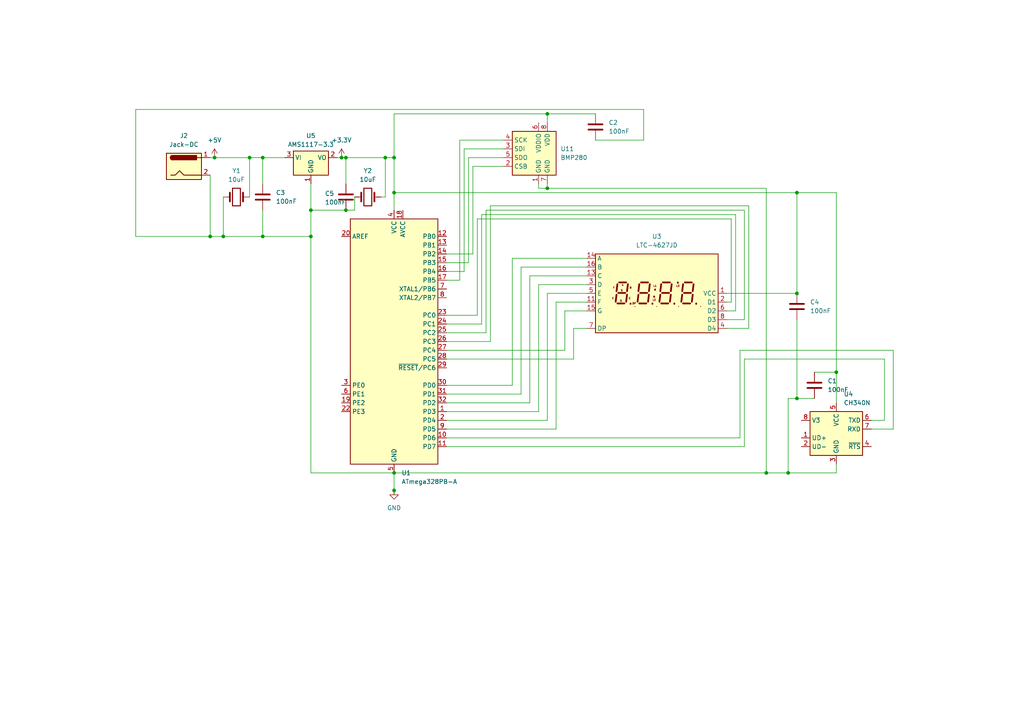
<source format=kicad_sch>
(kicad_sch
	(version 20250114)
	(generator "eeschema")
	(generator_version "9.0")
	(uuid "4a55e205-7c3c-4355-bb2b-ccf307d15eb0")
	(paper "A4")
	(lib_symbols
		(symbol "Connector:Jack-DC"
			(pin_names
				(offset 1.016)
			)
			(exclude_from_sim no)
			(in_bom yes)
			(on_board yes)
			(property "Reference" "J"
				(at 0 5.334 0)
				(effects
					(font
						(size 1.27 1.27)
					)
				)
			)
			(property "Value" "Jack-DC"
				(at 0 -5.08 0)
				(effects
					(font
						(size 1.27 1.27)
					)
				)
			)
			(property "Footprint" ""
				(at 1.27 -1.016 0)
				(effects
					(font
						(size 1.27 1.27)
					)
					(hide yes)
				)
			)
			(property "Datasheet" "~"
				(at 1.27 -1.016 0)
				(effects
					(font
						(size 1.27 1.27)
					)
					(hide yes)
				)
			)
			(property "Description" "DC Barrel Jack"
				(at 0 0 0)
				(effects
					(font
						(size 1.27 1.27)
					)
					(hide yes)
				)
			)
			(property "ki_keywords" "DC power barrel jack connector"
				(at 0 0 0)
				(effects
					(font
						(size 1.27 1.27)
					)
					(hide yes)
				)
			)
			(property "ki_fp_filters" "BarrelJack*"
				(at 0 0 0)
				(effects
					(font
						(size 1.27 1.27)
					)
					(hide yes)
				)
			)
			(symbol "Jack-DC_0_1"
				(rectangle
					(start -5.08 3.81)
					(end 5.08 -3.81)
					(stroke
						(width 0.254)
						(type default)
					)
					(fill
						(type background)
					)
				)
				(polyline
					(pts
						(xy -3.81 -2.54) (xy -2.54 -2.54) (xy -1.27 -1.27) (xy 0 -2.54) (xy 2.54 -2.54) (xy 5.08 -2.54)
					)
					(stroke
						(width 0.254)
						(type default)
					)
					(fill
						(type none)
					)
				)
				(arc
					(start -3.302 1.905)
					(mid -3.9343 2.54)
					(end -3.302 3.175)
					(stroke
						(width 0.254)
						(type default)
					)
					(fill
						(type none)
					)
				)
				(arc
					(start -3.302 1.905)
					(mid -3.9343 2.54)
					(end -3.302 3.175)
					(stroke
						(width 0.254)
						(type default)
					)
					(fill
						(type outline)
					)
				)
				(rectangle
					(start 3.683 3.175)
					(end -3.302 1.905)
					(stroke
						(width 0.254)
						(type default)
					)
					(fill
						(type outline)
					)
				)
				(polyline
					(pts
						(xy 5.08 2.54) (xy 3.81 2.54)
					)
					(stroke
						(width 0.254)
						(type default)
					)
					(fill
						(type none)
					)
				)
			)
			(symbol "Jack-DC_1_1"
				(pin passive line
					(at 7.62 2.54 180)
					(length 2.54)
					(name "~"
						(effects
							(font
								(size 1.27 1.27)
							)
						)
					)
					(number "1"
						(effects
							(font
								(size 1.27 1.27)
							)
						)
					)
				)
				(pin passive line
					(at 7.62 -2.54 180)
					(length 2.54)
					(name "~"
						(effects
							(font
								(size 1.27 1.27)
							)
						)
					)
					(number "2"
						(effects
							(font
								(size 1.27 1.27)
							)
						)
					)
				)
			)
			(embedded_fonts no)
		)
		(symbol "Device:C"
			(pin_numbers
				(hide yes)
			)
			(pin_names
				(offset 0.254)
			)
			(exclude_from_sim no)
			(in_bom yes)
			(on_board yes)
			(property "Reference" "C"
				(at 0.635 2.54 0)
				(effects
					(font
						(size 1.27 1.27)
					)
					(justify left)
				)
			)
			(property "Value" "C"
				(at 0.635 -2.54 0)
				(effects
					(font
						(size 1.27 1.27)
					)
					(justify left)
				)
			)
			(property "Footprint" ""
				(at 0.9652 -3.81 0)
				(effects
					(font
						(size 1.27 1.27)
					)
					(hide yes)
				)
			)
			(property "Datasheet" "~"
				(at 0 0 0)
				(effects
					(font
						(size 1.27 1.27)
					)
					(hide yes)
				)
			)
			(property "Description" "Unpolarized capacitor"
				(at 0 0 0)
				(effects
					(font
						(size 1.27 1.27)
					)
					(hide yes)
				)
			)
			(property "ki_keywords" "cap capacitor"
				(at 0 0 0)
				(effects
					(font
						(size 1.27 1.27)
					)
					(hide yes)
				)
			)
			(property "ki_fp_filters" "C_*"
				(at 0 0 0)
				(effects
					(font
						(size 1.27 1.27)
					)
					(hide yes)
				)
			)
			(symbol "C_0_1"
				(polyline
					(pts
						(xy -2.032 0.762) (xy 2.032 0.762)
					)
					(stroke
						(width 0.508)
						(type default)
					)
					(fill
						(type none)
					)
				)
				(polyline
					(pts
						(xy -2.032 -0.762) (xy 2.032 -0.762)
					)
					(stroke
						(width 0.508)
						(type default)
					)
					(fill
						(type none)
					)
				)
			)
			(symbol "C_1_1"
				(pin passive line
					(at 0 3.81 270)
					(length 2.794)
					(name "~"
						(effects
							(font
								(size 1.27 1.27)
							)
						)
					)
					(number "1"
						(effects
							(font
								(size 1.27 1.27)
							)
						)
					)
				)
				(pin passive line
					(at 0 -3.81 90)
					(length 2.794)
					(name "~"
						(effects
							(font
								(size 1.27 1.27)
							)
						)
					)
					(number "2"
						(effects
							(font
								(size 1.27 1.27)
							)
						)
					)
				)
			)
			(embedded_fonts no)
		)
		(symbol "Device:Crystal"
			(pin_numbers
				(hide yes)
			)
			(pin_names
				(offset 1.016)
				(hide yes)
			)
			(exclude_from_sim no)
			(in_bom yes)
			(on_board yes)
			(property "Reference" "Y"
				(at 0 3.81 0)
				(effects
					(font
						(size 1.27 1.27)
					)
				)
			)
			(property "Value" "Crystal"
				(at 0 -3.81 0)
				(effects
					(font
						(size 1.27 1.27)
					)
				)
			)
			(property "Footprint" ""
				(at 0 0 0)
				(effects
					(font
						(size 1.27 1.27)
					)
					(hide yes)
				)
			)
			(property "Datasheet" "~"
				(at 0 0 0)
				(effects
					(font
						(size 1.27 1.27)
					)
					(hide yes)
				)
			)
			(property "Description" "Two pin crystal"
				(at 0 0 0)
				(effects
					(font
						(size 1.27 1.27)
					)
					(hide yes)
				)
			)
			(property "ki_keywords" "quartz ceramic resonator oscillator"
				(at 0 0 0)
				(effects
					(font
						(size 1.27 1.27)
					)
					(hide yes)
				)
			)
			(property "ki_fp_filters" "Crystal*"
				(at 0 0 0)
				(effects
					(font
						(size 1.27 1.27)
					)
					(hide yes)
				)
			)
			(symbol "Crystal_0_1"
				(polyline
					(pts
						(xy -2.54 0) (xy -1.905 0)
					)
					(stroke
						(width 0)
						(type default)
					)
					(fill
						(type none)
					)
				)
				(polyline
					(pts
						(xy -1.905 -1.27) (xy -1.905 1.27)
					)
					(stroke
						(width 0.508)
						(type default)
					)
					(fill
						(type none)
					)
				)
				(rectangle
					(start -1.143 2.54)
					(end 1.143 -2.54)
					(stroke
						(width 0.3048)
						(type default)
					)
					(fill
						(type none)
					)
				)
				(polyline
					(pts
						(xy 1.905 -1.27) (xy 1.905 1.27)
					)
					(stroke
						(width 0.508)
						(type default)
					)
					(fill
						(type none)
					)
				)
				(polyline
					(pts
						(xy 2.54 0) (xy 1.905 0)
					)
					(stroke
						(width 0)
						(type default)
					)
					(fill
						(type none)
					)
				)
			)
			(symbol "Crystal_1_1"
				(pin passive line
					(at -3.81 0 0)
					(length 1.27)
					(name "1"
						(effects
							(font
								(size 1.27 1.27)
							)
						)
					)
					(number "1"
						(effects
							(font
								(size 1.27 1.27)
							)
						)
					)
				)
				(pin passive line
					(at 3.81 0 180)
					(length 1.27)
					(name "2"
						(effects
							(font
								(size 1.27 1.27)
							)
						)
					)
					(number "2"
						(effects
							(font
								(size 1.27 1.27)
							)
						)
					)
				)
			)
			(embedded_fonts no)
		)
		(symbol "Display_Character:LTC-4627JD"
			(exclude_from_sim no)
			(in_bom yes)
			(on_board yes)
			(property "Reference" "U3"
				(at 0 16.51 0)
				(effects
					(font
						(size 1.27 1.27)
					)
				)
			)
			(property "Value" "LTC-4627JD"
				(at 0 13.97 0)
				(effects
					(font
						(size 1.27 1.27)
					)
				)
			)
			(property "Footprint" "Display_7Segment:LTC-4627Jx"
				(at 0 -12.7 0)
				(effects
					(font
						(size 1.27 1.27)
					)
					(hide yes)
				)
			)
			(property "Datasheet" "http://optoelectronics.liteon.com/upload/download/DS30-2001-093/LTC-4627JD.pdf"
				(at -10.16 0 0)
				(effects
					(font
						(size 1.27 1.27)
					)
					(hide yes)
				)
			)
			(property "Description" "4 digit 7 segment hyper red, common anode"
				(at 0 0 0)
				(effects
					(font
						(size 1.27 1.27)
					)
					(hide yes)
				)
			)
			(property "ki_keywords" "display LED 7-segment"
				(at 0 0 0)
				(effects
					(font
						(size 1.27 1.27)
					)
					(hide yes)
				)
			)
			(property "ki_fp_filters" "LTC?4627J*"
				(at 0 0 0)
				(effects
					(font
						(size 1.27 1.27)
					)
					(hide yes)
				)
			)
			(symbol "LTC-4627JD_0_1"
				(rectangle
					(start -17.78 -11.43)
					(end 17.78 11.43)
					(stroke
						(width 0.254)
						(type default)
					)
					(fill
						(type background)
					)
				)
				(rectangle
					(start -6.35 -3.81)
					(end -6.35 -3.81)
					(stroke
						(width 0.254)
						(type default)
					)
					(fill
						(type none)
					)
				)
				(polyline
					(pts
						(xy -6.35 -3.81) (xy -6.35 -3.81)
					)
					(stroke
						(width 0.254)
						(type default)
					)
					(fill
						(type none)
					)
				)
				(polyline
					(pts
						(xy 0 -3.81) (xy 0 -3.81)
					)
					(stroke
						(width 0.254)
						(type default)
					)
					(fill
						(type none)
					)
				)
				(rectangle
					(start 0 -3.81)
					(end 0 -3.81)
					(stroke
						(width 0.254)
						(type default)
					)
					(fill
						(type none)
					)
				)
				(polyline
					(pts
						(xy 6.35 -3.81) (xy 6.35 -3.81)
					)
					(stroke
						(width 0.254)
						(type default)
					)
					(fill
						(type none)
					)
				)
				(rectangle
					(start 6.35 -3.81)
					(end 6.35 -3.81)
					(stroke
						(width 0.254)
						(type default)
					)
					(fill
						(type none)
					)
				)
				(polyline
					(pts
						(xy 12.7 -3.81) (xy 12.7 -3.81)
					)
					(stroke
						(width 0.254)
						(type default)
					)
					(fill
						(type none)
					)
				)
				(rectangle
					(start 12.7 -3.81)
					(end 12.7 -3.81)
					(stroke
						(width 0.254)
						(type default)
					)
					(fill
						(type none)
					)
				)
			)
			(symbol "LTC-4627JD_1_0"
				(text "E"
					(at -12.7 -1.397 0)
					(effects
						(font
							(size 0.508 0.508)
						)
					)
				)
				(text "F"
					(at -12.446 1.651 0)
					(effects
						(font
							(size 0.508 0.508)
						)
					)
				)
				(text "D"
					(at -10.414 -2.159 0)
					(effects
						(font
							(size 0.508 0.508)
						)
					)
				)
				(text "G"
					(at -10.16 0.889 0)
					(effects
						(font
							(size 0.508 0.508)
						)
					)
				)
				(text "A"
					(at -9.906 2.413 0)
					(effects
						(font
							(size 0.508 0.508)
						)
					)
				)
				(text "C"
					(at -7.874 -1.397 0)
					(effects
						(font
							(size 0.508 0.508)
						)
					)
				)
				(text "B"
					(at -7.62 1.651 0)
					(effects
						(font
							(size 0.508 0.508)
						)
					)
				)
				(text "DP"
					(at -6.604 -2.921 0)
					(effects
						(font
							(size 0.508 0.508)
						)
					)
				)
				(text "L2"
					(at -0.762 -1.905 0)
					(effects
						(font
							(size 0.508 0.508)
						)
					)
				)
				(text "L1"
					(at -0.508 2.159 0)
					(effects
						(font
							(size 0.508 0.508)
						)
					)
				)
				(text "L3"
					(at 6.096 2.159 0)
					(effects
						(font
							(size 0.508 0.508)
						)
					)
				)
			)
			(symbol "LTC-4627JD_1_1"
				(polyline
					(pts
						(xy -11.684 -0.381) (xy -11.938 -2.413)
					)
					(stroke
						(width 0.508)
						(type default)
					)
					(fill
						(type none)
					)
				)
				(polyline
					(pts
						(xy -11.43 2.667) (xy -11.684 0.635)
					)
					(stroke
						(width 0.508)
						(type default)
					)
					(fill
						(type none)
					)
				)
				(polyline
					(pts
						(xy -11.43 -2.921) (xy -9.398 -2.921)
					)
					(stroke
						(width 0.508)
						(type default)
					)
					(fill
						(type none)
					)
				)
				(polyline
					(pts
						(xy -11.176 0.127) (xy -9.144 0.127)
					)
					(stroke
						(width 0.508)
						(type default)
					)
					(fill
						(type none)
					)
				)
				(polyline
					(pts
						(xy -10.922 3.175) (xy -8.89 3.175)
					)
					(stroke
						(width 0.508)
						(type default)
					)
					(fill
						(type none)
					)
				)
				(polyline
					(pts
						(xy -8.636 -0.381) (xy -8.89 -2.413)
					)
					(stroke
						(width 0.508)
						(type default)
					)
					(fill
						(type none)
					)
				)
				(polyline
					(pts
						(xy -8.382 2.667) (xy -8.636 0.635)
					)
					(stroke
						(width 0.508)
						(type default)
					)
					(fill
						(type none)
					)
				)
				(polyline
					(pts
						(xy -7.62 -3.048) (xy -7.62 -2.921)
					)
					(stroke
						(width 0.508)
						(type default)
					)
					(fill
						(type none)
					)
				)
				(polyline
					(pts
						(xy -5.334 -0.381) (xy -5.588 -2.413)
					)
					(stroke
						(width 0.508)
						(type default)
					)
					(fill
						(type none)
					)
				)
				(polyline
					(pts
						(xy -5.08 2.667) (xy -5.334 0.635)
					)
					(stroke
						(width 0.508)
						(type default)
					)
					(fill
						(type none)
					)
				)
				(polyline
					(pts
						(xy -5.08 -2.921) (xy -3.048 -2.921)
					)
					(stroke
						(width 0.508)
						(type default)
					)
					(fill
						(type none)
					)
				)
				(polyline
					(pts
						(xy -4.826 0.127) (xy -2.794 0.127)
					)
					(stroke
						(width 0.508)
						(type default)
					)
					(fill
						(type none)
					)
				)
				(polyline
					(pts
						(xy -4.572 3.175) (xy -2.54 3.175)
					)
					(stroke
						(width 0.508)
						(type default)
					)
					(fill
						(type none)
					)
				)
				(polyline
					(pts
						(xy -2.286 -0.381) (xy -2.54 -2.413)
					)
					(stroke
						(width 0.508)
						(type default)
					)
					(fill
						(type none)
					)
				)
				(polyline
					(pts
						(xy -2.032 2.667) (xy -2.286 0.635)
					)
					(stroke
						(width 0.508)
						(type default)
					)
					(fill
						(type none)
					)
				)
				(polyline
					(pts
						(xy -1.27 -3.048) (xy -1.27 -2.921)
					)
					(stroke
						(width 0.508)
						(type default)
					)
					(fill
						(type none)
					)
				)
				(polyline
					(pts
						(xy -0.762 -1.016) (xy -0.762 -0.889)
					)
					(stroke
						(width 0.508)
						(type default)
					)
					(fill
						(type none)
					)
				)
				(polyline
					(pts
						(xy -0.508 1.016) (xy -0.508 1.143)
					)
					(stroke
						(width 0.508)
						(type default)
					)
					(fill
						(type none)
					)
				)
				(polyline
					(pts
						(xy 1.016 -0.381) (xy 0.762 -2.413)
					)
					(stroke
						(width 0.508)
						(type default)
					)
					(fill
						(type none)
					)
				)
				(polyline
					(pts
						(xy 1.27 2.667) (xy 1.016 0.635)
					)
					(stroke
						(width 0.508)
						(type default)
					)
					(fill
						(type none)
					)
				)
				(polyline
					(pts
						(xy 1.27 -2.921) (xy 3.302 -2.921)
					)
					(stroke
						(width 0.508)
						(type default)
					)
					(fill
						(type none)
					)
				)
				(polyline
					(pts
						(xy 1.524 0.127) (xy 3.556 0.127)
					)
					(stroke
						(width 0.508)
						(type default)
					)
					(fill
						(type none)
					)
				)
				(polyline
					(pts
						(xy 1.778 3.175) (xy 3.81 3.175)
					)
					(stroke
						(width 0.508)
						(type default)
					)
					(fill
						(type none)
					)
				)
				(polyline
					(pts
						(xy 4.064 -0.381) (xy 3.81 -2.413)
					)
					(stroke
						(width 0.508)
						(type default)
					)
					(fill
						(type none)
					)
				)
				(polyline
					(pts
						(xy 4.318 2.667) (xy 4.064 0.635)
					)
					(stroke
						(width 0.508)
						(type default)
					)
					(fill
						(type none)
					)
				)
				(polyline
					(pts
						(xy 5.08 -3.048) (xy 5.08 -2.921)
					)
					(stroke
						(width 0.508)
						(type default)
					)
					(fill
						(type none)
					)
				)
				(polyline
					(pts
						(xy 6.096 3.048) (xy 6.096 3.175)
					)
					(stroke
						(width 0.508)
						(type default)
					)
					(fill
						(type none)
					)
				)
				(polyline
					(pts
						(xy 7.366 -0.381) (xy 7.112 -2.413)
					)
					(stroke
						(width 0.508)
						(type default)
					)
					(fill
						(type none)
					)
				)
				(polyline
					(pts
						(xy 7.62 2.667) (xy 7.366 0.635)
					)
					(stroke
						(width 0.508)
						(type default)
					)
					(fill
						(type none)
					)
				)
				(polyline
					(pts
						(xy 7.62 -2.921) (xy 9.652 -2.921)
					)
					(stroke
						(width 0.508)
						(type default)
					)
					(fill
						(type none)
					)
				)
				(polyline
					(pts
						(xy 7.874 0.127) (xy 9.906 0.127)
					)
					(stroke
						(width 0.508)
						(type default)
					)
					(fill
						(type none)
					)
				)
				(polyline
					(pts
						(xy 8.128 3.175) (xy 10.16 3.175)
					)
					(stroke
						(width 0.508)
						(type default)
					)
					(fill
						(type none)
					)
				)
				(polyline
					(pts
						(xy 10.414 -0.381) (xy 10.16 -2.413)
					)
					(stroke
						(width 0.508)
						(type default)
					)
					(fill
						(type none)
					)
				)
				(polyline
					(pts
						(xy 10.668 2.667) (xy 10.414 0.635)
					)
					(stroke
						(width 0.508)
						(type default)
					)
					(fill
						(type none)
					)
				)
				(polyline
					(pts
						(xy 11.43 -3.048) (xy 11.43 -2.921)
					)
					(stroke
						(width 0.508)
						(type default)
					)
					(fill
						(type none)
					)
				)
				(pin input line
					(at -20.32 10.16 0)
					(length 2.54)
					(name "A"
						(effects
							(font
								(size 1.27 1.27)
							)
						)
					)
					(number "14"
						(effects
							(font
								(size 1.27 1.27)
							)
						)
					)
				)
				(pin input line
					(at -20.32 7.62 0)
					(length 2.54)
					(name "B"
						(effects
							(font
								(size 1.27 1.27)
							)
						)
					)
					(number "16"
						(effects
							(font
								(size 1.27 1.27)
							)
						)
					)
				)
				(pin input line
					(at -20.32 5.08 0)
					(length 2.54)
					(name "C"
						(effects
							(font
								(size 1.27 1.27)
							)
						)
					)
					(number "13"
						(effects
							(font
								(size 1.27 1.27)
							)
						)
					)
				)
				(pin input line
					(at -20.32 2.54 0)
					(length 2.54)
					(name "D"
						(effects
							(font
								(size 1.27 1.27)
							)
						)
					)
					(number "3"
						(effects
							(font
								(size 1.27 1.27)
							)
						)
					)
				)
				(pin input line
					(at -20.32 0 0)
					(length 2.54)
					(name "E"
						(effects
							(font
								(size 1.27 1.27)
							)
						)
					)
					(number "5"
						(effects
							(font
								(size 1.27 1.27)
							)
						)
					)
				)
				(pin input line
					(at -20.32 -2.54 0)
					(length 2.54)
					(name "F"
						(effects
							(font
								(size 1.27 1.27)
							)
						)
					)
					(number "11"
						(effects
							(font
								(size 1.27 1.27)
							)
						)
					)
				)
				(pin input line
					(at -20.32 -5.08 0)
					(length 2.54)
					(name "G"
						(effects
							(font
								(size 1.27 1.27)
							)
						)
					)
					(number "15"
						(effects
							(font
								(size 1.27 1.27)
							)
						)
					)
				)
				(pin input line
					(at -20.32 -10.16 0)
					(length 2.54)
					(name "DP"
						(effects
							(font
								(size 1.27 1.27)
							)
						)
					)
					(number "7"
						(effects
							(font
								(size 1.27 1.27)
							)
						)
					)
				)
				(pin no_connect line
					(at 17.78 7.62 180)
					(length 2.54)
					(hide yes)
					(name "NC"
						(effects
							(font
								(size 1.27 1.27)
							)
						)
					)
					(number "9"
						(effects
							(font
								(size 1.27 1.27)
							)
						)
					)
				)
				(pin input line
					(at 20.32 0 180)
					(length 2.54)
					(name "VCC"
						(effects
							(font
								(size 1.27 1.27)
							)
						)
					)
					(number "1"
						(effects
							(font
								(size 1.27 1.27)
							)
						)
					)
				)
				(pin input line
					(at 20.32 -2.54 180)
					(length 2.54)
					(name "D1"
						(effects
							(font
								(size 1.27 1.27)
							)
						)
					)
					(number "2"
						(effects
							(font
								(size 1.27 1.27)
							)
						)
					)
				)
				(pin input line
					(at 20.32 -5.08 180)
					(length 2.54)
					(name "D2"
						(effects
							(font
								(size 1.27 1.27)
							)
						)
					)
					(number "6"
						(effects
							(font
								(size 1.27 1.27)
							)
						)
					)
				)
				(pin input line
					(at 20.32 -7.62 180)
					(length 2.54)
					(name "D3"
						(effects
							(font
								(size 1.27 1.27)
							)
						)
					)
					(number "8"
						(effects
							(font
								(size 1.27 1.27)
							)
						)
					)
				)
				(pin input line
					(at 20.32 -10.16 180)
					(length 2.54)
					(name "D4"
						(effects
							(font
								(size 1.27 1.27)
							)
						)
					)
					(number "4"
						(effects
							(font
								(size 1.27 1.27)
							)
						)
					)
				)
			)
			(embedded_fonts no)
		)
		(symbol "Interface_USB:CH340N"
			(exclude_from_sim no)
			(in_bom yes)
			(on_board yes)
			(property "Reference" "U"
				(at -7.62 6.35 0)
				(effects
					(font
						(size 1.27 1.27)
					)
					(justify left)
				)
			)
			(property "Value" "CH340N"
				(at 7.62 6.35 0)
				(effects
					(font
						(size 1.27 1.27)
					)
					(justify right)
				)
			)
			(property "Footprint" "Package_SO:JEITA_SOIC-8_3.9x4.9mm_P1.27mm"
				(at -3.81 19.05 0)
				(effects
					(font
						(size 1.27 1.27)
					)
					(hide yes)
				)
			)
			(property "Datasheet" "https://aitendo3.sakura.ne.jp/aitendo_data/product_img/ic/inteface/CH340N/ch340n.pdf"
				(at -2.54 5.08 0)
				(effects
					(font
						(size 1.27 1.27)
					)
					(hide yes)
				)
			)
			(property "Description" "USB serial converter, 2Mbps, UART, JEITA SOIC-8 (SOP-8)"
				(at 0 0 0)
				(effects
					(font
						(size 1.27 1.27)
					)
					(hide yes)
				)
			)
			(property "ki_keywords" "USB UART Serial Converter Interface"
				(at 0 0 0)
				(effects
					(font
						(size 1.27 1.27)
					)
					(hide yes)
				)
			)
			(property "ki_fp_filters" "JEITA?SOIC*3.9x4.9mm*P1.27mm*"
				(at 0 0 0)
				(effects
					(font
						(size 1.27 1.27)
					)
					(hide yes)
				)
			)
			(symbol "CH340N_0_1"
				(rectangle
					(start -7.62 5.08)
					(end 7.62 -7.62)
					(stroke
						(width 0.254)
						(type default)
					)
					(fill
						(type background)
					)
				)
			)
			(symbol "CH340N_1_1"
				(pin passive line
					(at -10.16 2.54 0)
					(length 2.54)
					(name "V3"
						(effects
							(font
								(size 1.27 1.27)
							)
						)
					)
					(number "8"
						(effects
							(font
								(size 1.27 1.27)
							)
						)
					)
				)
				(pin bidirectional line
					(at -10.16 -2.54 0)
					(length 2.54)
					(name "UD+"
						(effects
							(font
								(size 1.27 1.27)
							)
						)
					)
					(number "1"
						(effects
							(font
								(size 1.27 1.27)
							)
						)
					)
				)
				(pin bidirectional line
					(at -10.16 -5.08 0)
					(length 2.54)
					(name "UD-"
						(effects
							(font
								(size 1.27 1.27)
							)
						)
					)
					(number "2"
						(effects
							(font
								(size 1.27 1.27)
							)
						)
					)
				)
				(pin power_in line
					(at 0 7.62 270)
					(length 2.54)
					(name "VCC"
						(effects
							(font
								(size 1.27 1.27)
							)
						)
					)
					(number "5"
						(effects
							(font
								(size 1.27 1.27)
							)
						)
					)
				)
				(pin power_in line
					(at 0 -10.16 90)
					(length 2.54)
					(name "GND"
						(effects
							(font
								(size 1.27 1.27)
							)
						)
					)
					(number "3"
						(effects
							(font
								(size 1.27 1.27)
							)
						)
					)
				)
				(pin output line
					(at 10.16 2.54 180)
					(length 2.54)
					(name "TXD"
						(effects
							(font
								(size 1.27 1.27)
							)
						)
					)
					(number "6"
						(effects
							(font
								(size 1.27 1.27)
							)
						)
					)
				)
				(pin input line
					(at 10.16 0 180)
					(length 2.54)
					(name "RXD"
						(effects
							(font
								(size 1.27 1.27)
							)
						)
					)
					(number "7"
						(effects
							(font
								(size 1.27 1.27)
							)
						)
					)
				)
				(pin output line
					(at 10.16 -5.08 180)
					(length 2.54)
					(name "~{RTS}"
						(effects
							(font
								(size 1.27 1.27)
							)
						)
					)
					(number "4"
						(effects
							(font
								(size 1.27 1.27)
							)
						)
					)
				)
			)
			(embedded_fonts no)
		)
		(symbol "MCU_Microchip_ATmega:ATmega328PB-A"
			(exclude_from_sim no)
			(in_bom yes)
			(on_board yes)
			(property "Reference" "U"
				(at -12.7 36.83 0)
				(effects
					(font
						(size 1.27 1.27)
					)
					(justify left bottom)
				)
			)
			(property "Value" "ATmega328PB-A"
				(at 2.54 -36.83 0)
				(effects
					(font
						(size 1.27 1.27)
					)
					(justify left top)
				)
			)
			(property "Footprint" "Package_QFP:TQFP-32_7x7mm_P0.8mm"
				(at 0 0 0)
				(effects
					(font
						(size 1.27 1.27)
						(italic yes)
					)
					(hide yes)
				)
			)
			(property "Datasheet" "http://ww1.microchip.com/downloads/en/DeviceDoc/40001906C.pdf"
				(at 0 0 0)
				(effects
					(font
						(size 1.27 1.27)
					)
					(hide yes)
				)
			)
			(property "Description" "20MHz, 32kB Flash, 2kB SRAM, 1kB EEPROM, TQFP-32"
				(at 0 0 0)
				(effects
					(font
						(size 1.27 1.27)
					)
					(hide yes)
				)
			)
			(property "ki_keywords" "AVR 8bit Microcontroller MegaAVR"
				(at 0 0 0)
				(effects
					(font
						(size 1.27 1.27)
					)
					(hide yes)
				)
			)
			(property "ki_fp_filters" "TQFP*7x7mm*P0.8mm*"
				(at 0 0 0)
				(effects
					(font
						(size 1.27 1.27)
					)
					(hide yes)
				)
			)
			(symbol "ATmega328PB-A_0_1"
				(rectangle
					(start -12.7 -35.56)
					(end 12.7 35.56)
					(stroke
						(width 0.254)
						(type default)
					)
					(fill
						(type background)
					)
				)
			)
			(symbol "ATmega328PB-A_1_1"
				(pin passive line
					(at -15.24 30.48 0)
					(length 2.54)
					(name "AREF"
						(effects
							(font
								(size 1.27 1.27)
							)
						)
					)
					(number "20"
						(effects
							(font
								(size 1.27 1.27)
							)
						)
					)
				)
				(pin bidirectional line
					(at -15.24 -12.7 0)
					(length 2.54)
					(name "PE0"
						(effects
							(font
								(size 1.27 1.27)
							)
						)
					)
					(number "3"
						(effects
							(font
								(size 1.27 1.27)
							)
						)
					)
				)
				(pin bidirectional line
					(at -15.24 -15.24 0)
					(length 2.54)
					(name "PE1"
						(effects
							(font
								(size 1.27 1.27)
							)
						)
					)
					(number "6"
						(effects
							(font
								(size 1.27 1.27)
							)
						)
					)
				)
				(pin bidirectional line
					(at -15.24 -17.78 0)
					(length 2.54)
					(name "PE2"
						(effects
							(font
								(size 1.27 1.27)
							)
						)
					)
					(number "19"
						(effects
							(font
								(size 1.27 1.27)
							)
						)
					)
				)
				(pin bidirectional line
					(at -15.24 -20.32 0)
					(length 2.54)
					(name "PE3"
						(effects
							(font
								(size 1.27 1.27)
							)
						)
					)
					(number "22"
						(effects
							(font
								(size 1.27 1.27)
							)
						)
					)
				)
				(pin power_in line
					(at 0 38.1 270)
					(length 2.54)
					(name "VCC"
						(effects
							(font
								(size 1.27 1.27)
							)
						)
					)
					(number "4"
						(effects
							(font
								(size 1.27 1.27)
							)
						)
					)
				)
				(pin passive line
					(at 0 -38.1 90)
					(length 2.54)
					(hide yes)
					(name "GND"
						(effects
							(font
								(size 1.27 1.27)
							)
						)
					)
					(number "21"
						(effects
							(font
								(size 1.27 1.27)
							)
						)
					)
				)
				(pin power_in line
					(at 0 -38.1 90)
					(length 2.54)
					(name "GND"
						(effects
							(font
								(size 1.27 1.27)
							)
						)
					)
					(number "5"
						(effects
							(font
								(size 1.27 1.27)
							)
						)
					)
				)
				(pin power_in line
					(at 2.54 38.1 270)
					(length 2.54)
					(name "AVCC"
						(effects
							(font
								(size 1.27 1.27)
							)
						)
					)
					(number "18"
						(effects
							(font
								(size 1.27 1.27)
							)
						)
					)
				)
				(pin bidirectional line
					(at 15.24 30.48 180)
					(length 2.54)
					(name "PB0"
						(effects
							(font
								(size 1.27 1.27)
							)
						)
					)
					(number "12"
						(effects
							(font
								(size 1.27 1.27)
							)
						)
					)
				)
				(pin bidirectional line
					(at 15.24 27.94 180)
					(length 2.54)
					(name "PB1"
						(effects
							(font
								(size 1.27 1.27)
							)
						)
					)
					(number "13"
						(effects
							(font
								(size 1.27 1.27)
							)
						)
					)
				)
				(pin bidirectional line
					(at 15.24 25.4 180)
					(length 2.54)
					(name "PB2"
						(effects
							(font
								(size 1.27 1.27)
							)
						)
					)
					(number "14"
						(effects
							(font
								(size 1.27 1.27)
							)
						)
					)
				)
				(pin bidirectional line
					(at 15.24 22.86 180)
					(length 2.54)
					(name "PB3"
						(effects
							(font
								(size 1.27 1.27)
							)
						)
					)
					(number "15"
						(effects
							(font
								(size 1.27 1.27)
							)
						)
					)
				)
				(pin bidirectional line
					(at 15.24 20.32 180)
					(length 2.54)
					(name "PB4"
						(effects
							(font
								(size 1.27 1.27)
							)
						)
					)
					(number "16"
						(effects
							(font
								(size 1.27 1.27)
							)
						)
					)
				)
				(pin bidirectional line
					(at 15.24 17.78 180)
					(length 2.54)
					(name "PB5"
						(effects
							(font
								(size 1.27 1.27)
							)
						)
					)
					(number "17"
						(effects
							(font
								(size 1.27 1.27)
							)
						)
					)
				)
				(pin bidirectional line
					(at 15.24 15.24 180)
					(length 2.54)
					(name "XTAL1/PB6"
						(effects
							(font
								(size 1.27 1.27)
							)
						)
					)
					(number "7"
						(effects
							(font
								(size 1.27 1.27)
							)
						)
					)
				)
				(pin bidirectional line
					(at 15.24 12.7 180)
					(length 2.54)
					(name "XTAL2/PB7"
						(effects
							(font
								(size 1.27 1.27)
							)
						)
					)
					(number "8"
						(effects
							(font
								(size 1.27 1.27)
							)
						)
					)
				)
				(pin bidirectional line
					(at 15.24 7.62 180)
					(length 2.54)
					(name "PC0"
						(effects
							(font
								(size 1.27 1.27)
							)
						)
					)
					(number "23"
						(effects
							(font
								(size 1.27 1.27)
							)
						)
					)
				)
				(pin bidirectional line
					(at 15.24 5.08 180)
					(length 2.54)
					(name "PC1"
						(effects
							(font
								(size 1.27 1.27)
							)
						)
					)
					(number "24"
						(effects
							(font
								(size 1.27 1.27)
							)
						)
					)
				)
				(pin bidirectional line
					(at 15.24 2.54 180)
					(length 2.54)
					(name "PC2"
						(effects
							(font
								(size 1.27 1.27)
							)
						)
					)
					(number "25"
						(effects
							(font
								(size 1.27 1.27)
							)
						)
					)
				)
				(pin bidirectional line
					(at 15.24 0 180)
					(length 2.54)
					(name "PC3"
						(effects
							(font
								(size 1.27 1.27)
							)
						)
					)
					(number "26"
						(effects
							(font
								(size 1.27 1.27)
							)
						)
					)
				)
				(pin bidirectional line
					(at 15.24 -2.54 180)
					(length 2.54)
					(name "PC4"
						(effects
							(font
								(size 1.27 1.27)
							)
						)
					)
					(number "27"
						(effects
							(font
								(size 1.27 1.27)
							)
						)
					)
				)
				(pin bidirectional line
					(at 15.24 -5.08 180)
					(length 2.54)
					(name "PC5"
						(effects
							(font
								(size 1.27 1.27)
							)
						)
					)
					(number "28"
						(effects
							(font
								(size 1.27 1.27)
							)
						)
					)
				)
				(pin bidirectional line
					(at 15.24 -7.62 180)
					(length 2.54)
					(name "~{RESET}/PC6"
						(effects
							(font
								(size 1.27 1.27)
							)
						)
					)
					(number "29"
						(effects
							(font
								(size 1.27 1.27)
							)
						)
					)
				)
				(pin bidirectional line
					(at 15.24 -12.7 180)
					(length 2.54)
					(name "PD0"
						(effects
							(font
								(size 1.27 1.27)
							)
						)
					)
					(number "30"
						(effects
							(font
								(size 1.27 1.27)
							)
						)
					)
				)
				(pin bidirectional line
					(at 15.24 -15.24 180)
					(length 2.54)
					(name "PD1"
						(effects
							(font
								(size 1.27 1.27)
							)
						)
					)
					(number "31"
						(effects
							(font
								(size 1.27 1.27)
							)
						)
					)
				)
				(pin bidirectional line
					(at 15.24 -17.78 180)
					(length 2.54)
					(name "PD2"
						(effects
							(font
								(size 1.27 1.27)
							)
						)
					)
					(number "32"
						(effects
							(font
								(size 1.27 1.27)
							)
						)
					)
				)
				(pin bidirectional line
					(at 15.24 -20.32 180)
					(length 2.54)
					(name "PD3"
						(effects
							(font
								(size 1.27 1.27)
							)
						)
					)
					(number "1"
						(effects
							(font
								(size 1.27 1.27)
							)
						)
					)
				)
				(pin bidirectional line
					(at 15.24 -22.86 180)
					(length 2.54)
					(name "PD4"
						(effects
							(font
								(size 1.27 1.27)
							)
						)
					)
					(number "2"
						(effects
							(font
								(size 1.27 1.27)
							)
						)
					)
				)
				(pin bidirectional line
					(at 15.24 -25.4 180)
					(length 2.54)
					(name "PD5"
						(effects
							(font
								(size 1.27 1.27)
							)
						)
					)
					(number "9"
						(effects
							(font
								(size 1.27 1.27)
							)
						)
					)
				)
				(pin bidirectional line
					(at 15.24 -27.94 180)
					(length 2.54)
					(name "PD6"
						(effects
							(font
								(size 1.27 1.27)
							)
						)
					)
					(number "10"
						(effects
							(font
								(size 1.27 1.27)
							)
						)
					)
				)
				(pin bidirectional line
					(at 15.24 -30.48 180)
					(length 2.54)
					(name "PD7"
						(effects
							(font
								(size 1.27 1.27)
							)
						)
					)
					(number "11"
						(effects
							(font
								(size 1.27 1.27)
							)
						)
					)
				)
			)
			(embedded_fonts no)
		)
		(symbol "Regulator_Linear:AMS1117-3.3"
			(exclude_from_sim no)
			(in_bom yes)
			(on_board yes)
			(property "Reference" "U"
				(at -3.81 3.175 0)
				(effects
					(font
						(size 1.27 1.27)
					)
				)
			)
			(property "Value" "AMS1117-3.3"
				(at 0 3.175 0)
				(effects
					(font
						(size 1.27 1.27)
					)
					(justify left)
				)
			)
			(property "Footprint" "Package_TO_SOT_SMD:SOT-223-3_TabPin2"
				(at 0 5.08 0)
				(effects
					(font
						(size 1.27 1.27)
					)
					(hide yes)
				)
			)
			(property "Datasheet" "http://www.advanced-monolithic.com/pdf/ds1117.pdf"
				(at 2.54 -6.35 0)
				(effects
					(font
						(size 1.27 1.27)
					)
					(hide yes)
				)
			)
			(property "Description" "1A Low Dropout regulator, positive, 3.3V fixed output, SOT-223"
				(at 0 0 0)
				(effects
					(font
						(size 1.27 1.27)
					)
					(hide yes)
				)
			)
			(property "ki_keywords" "linear regulator ldo fixed positive"
				(at 0 0 0)
				(effects
					(font
						(size 1.27 1.27)
					)
					(hide yes)
				)
			)
			(property "ki_fp_filters" "SOT?223*TabPin2*"
				(at 0 0 0)
				(effects
					(font
						(size 1.27 1.27)
					)
					(hide yes)
				)
			)
			(symbol "AMS1117-3.3_0_1"
				(rectangle
					(start -5.08 -5.08)
					(end 5.08 1.905)
					(stroke
						(width 0.254)
						(type default)
					)
					(fill
						(type background)
					)
				)
			)
			(symbol "AMS1117-3.3_1_1"
				(pin power_in line
					(at -7.62 0 0)
					(length 2.54)
					(name "VI"
						(effects
							(font
								(size 1.27 1.27)
							)
						)
					)
					(number "3"
						(effects
							(font
								(size 1.27 1.27)
							)
						)
					)
				)
				(pin power_in line
					(at 0 -7.62 90)
					(length 2.54)
					(name "GND"
						(effects
							(font
								(size 1.27 1.27)
							)
						)
					)
					(number "1"
						(effects
							(font
								(size 1.27 1.27)
							)
						)
					)
				)
				(pin power_out line
					(at 7.62 0 180)
					(length 2.54)
					(name "VO"
						(effects
							(font
								(size 1.27 1.27)
							)
						)
					)
					(number "2"
						(effects
							(font
								(size 1.27 1.27)
							)
						)
					)
				)
			)
			(embedded_fonts no)
		)
		(symbol "Sensor_Pressure:BMP280"
			(exclude_from_sim no)
			(in_bom yes)
			(on_board yes)
			(property "Reference" "U11"
				(at 6.35 2.5401 0)
				(effects
					(font
						(size 1.27 1.27)
					)
					(justify left)
				)
			)
			(property "Value" "BMP280"
				(at 6.35 0.0001 0)
				(effects
					(font
						(size 1.27 1.27)
					)
					(justify left)
				)
			)
			(property "Footprint" "Package_LGA:Bosch_LGA-8_2x2.5mm_P0.65mm_ClockwisePinNumbering"
				(at 0 -17.78 0)
				(effects
					(font
						(size 1.27 1.27)
					)
					(hide yes)
				)
			)
			(property "Datasheet" "https://ae-bst.resource.bosch.com/media/_tech/media/datasheets/BST-BMP280-DS001.pdf"
				(at 0 0 0)
				(effects
					(font
						(size 1.27 1.27)
					)
					(hide yes)
				)
			)
			(property "Description" "Absolute Barometric Pressure Sensor, LGA-8"
				(at 0 0 0)
				(effects
					(font
						(size 1.27 1.27)
					)
					(hide yes)
				)
			)
			(property "ki_keywords" "I2C, SPI, pressure, temperature, sensor"
				(at 0 0 0)
				(effects
					(font
						(size 1.27 1.27)
					)
					(hide yes)
				)
			)
			(property "ki_fp_filters" "Bosch*LGA*2x2.5mm*P0.65mm*"
				(at 0 0 0)
				(effects
					(font
						(size 1.27 1.27)
					)
					(hide yes)
				)
			)
			(symbol "BMP280_0_1"
				(rectangle
					(start -7.62 -5.08)
					(end 5.08 7.62)
					(stroke
						(width 0.254)
						(type default)
					)
					(fill
						(type background)
					)
				)
			)
			(symbol "BMP280_1_1"
				(pin input line
					(at -10.16 5.08 0)
					(length 2.54)
					(name "SCK"
						(effects
							(font
								(size 1.27 1.27)
							)
						)
					)
					(number "4"
						(effects
							(font
								(size 1.27 1.27)
							)
						)
					)
				)
				(pin bidirectional line
					(at -10.16 2.54 0)
					(length 2.54)
					(name "SDI"
						(effects
							(font
								(size 1.27 1.27)
							)
						)
					)
					(number "3"
						(effects
							(font
								(size 1.27 1.27)
							)
						)
					)
				)
				(pin bidirectional line
					(at -10.16 0 0)
					(length 2.54)
					(name "SDO"
						(effects
							(font
								(size 1.27 1.27)
							)
						)
					)
					(number "5"
						(effects
							(font
								(size 1.27 1.27)
							)
						)
					)
				)
				(pin input line
					(at -10.16 -2.54 0)
					(length 2.54)
					(name "CSB"
						(effects
							(font
								(size 1.27 1.27)
							)
						)
					)
					(number "2"
						(effects
							(font
								(size 1.27 1.27)
							)
						)
					)
				)
				(pin power_in line
					(at 0 10.16 270)
					(length 2.54)
					(name "VDDIO"
						(effects
							(font
								(size 1.27 1.27)
							)
						)
					)
					(number "6"
						(effects
							(font
								(size 1.27 1.27)
							)
						)
					)
				)
				(pin power_in line
					(at 0 -7.62 90)
					(length 2.54)
					(name "GND"
						(effects
							(font
								(size 1.27 1.27)
							)
						)
					)
					(number "1"
						(effects
							(font
								(size 1.27 1.27)
							)
						)
					)
				)
				(pin power_in line
					(at 2.54 10.16 270)
					(length 2.54)
					(name "VDD"
						(effects
							(font
								(size 1.27 1.27)
							)
						)
					)
					(number "8"
						(effects
							(font
								(size 1.27 1.27)
							)
						)
					)
				)
				(pin power_in line
					(at 2.54 -7.62 90)
					(length 2.54)
					(name "GND"
						(effects
							(font
								(size 1.27 1.27)
							)
						)
					)
					(number "7"
						(effects
							(font
								(size 1.27 1.27)
							)
						)
					)
				)
			)
			(embedded_fonts no)
		)
		(symbol "power:+3.3V"
			(power)
			(pin_numbers
				(hide yes)
			)
			(pin_names
				(offset 0)
				(hide yes)
			)
			(exclude_from_sim no)
			(in_bom yes)
			(on_board yes)
			(property "Reference" "#PWR"
				(at 0 -3.81 0)
				(effects
					(font
						(size 1.27 1.27)
					)
					(hide yes)
				)
			)
			(property "Value" "+3.3V"
				(at 0 3.556 0)
				(effects
					(font
						(size 1.27 1.27)
					)
				)
			)
			(property "Footprint" ""
				(at 0 0 0)
				(effects
					(font
						(size 1.27 1.27)
					)
					(hide yes)
				)
			)
			(property "Datasheet" ""
				(at 0 0 0)
				(effects
					(font
						(size 1.27 1.27)
					)
					(hide yes)
				)
			)
			(property "Description" "Power symbol creates a global label with name \"+3.3V\""
				(at 0 0 0)
				(effects
					(font
						(size 1.27 1.27)
					)
					(hide yes)
				)
			)
			(property "ki_keywords" "global power"
				(at 0 0 0)
				(effects
					(font
						(size 1.27 1.27)
					)
					(hide yes)
				)
			)
			(symbol "+3.3V_0_1"
				(polyline
					(pts
						(xy -0.762 1.27) (xy 0 2.54)
					)
					(stroke
						(width 0)
						(type default)
					)
					(fill
						(type none)
					)
				)
				(polyline
					(pts
						(xy 0 2.54) (xy 0.762 1.27)
					)
					(stroke
						(width 0)
						(type default)
					)
					(fill
						(type none)
					)
				)
				(polyline
					(pts
						(xy 0 0) (xy 0 2.54)
					)
					(stroke
						(width 0)
						(type default)
					)
					(fill
						(type none)
					)
				)
			)
			(symbol "+3.3V_1_1"
				(pin power_in line
					(at 0 0 90)
					(length 0)
					(name "~"
						(effects
							(font
								(size 1.27 1.27)
							)
						)
					)
					(number "1"
						(effects
							(font
								(size 1.27 1.27)
							)
						)
					)
				)
			)
			(embedded_fonts no)
		)
		(symbol "power:+5V"
			(power)
			(pin_numbers
				(hide yes)
			)
			(pin_names
				(offset 0)
				(hide yes)
			)
			(exclude_from_sim no)
			(in_bom yes)
			(on_board yes)
			(property "Reference" "#PWR"
				(at 0 -3.81 0)
				(effects
					(font
						(size 1.27 1.27)
					)
					(hide yes)
				)
			)
			(property "Value" "+5V"
				(at 0 3.556 0)
				(effects
					(font
						(size 1.27 1.27)
					)
				)
			)
			(property "Footprint" ""
				(at 0 0 0)
				(effects
					(font
						(size 1.27 1.27)
					)
					(hide yes)
				)
			)
			(property "Datasheet" ""
				(at 0 0 0)
				(effects
					(font
						(size 1.27 1.27)
					)
					(hide yes)
				)
			)
			(property "Description" "Power symbol creates a global label with name \"+5V\""
				(at 0 0 0)
				(effects
					(font
						(size 1.27 1.27)
					)
					(hide yes)
				)
			)
			(property "ki_keywords" "global power"
				(at 0 0 0)
				(effects
					(font
						(size 1.27 1.27)
					)
					(hide yes)
				)
			)
			(symbol "+5V_0_1"
				(polyline
					(pts
						(xy -0.762 1.27) (xy 0 2.54)
					)
					(stroke
						(width 0)
						(type default)
					)
					(fill
						(type none)
					)
				)
				(polyline
					(pts
						(xy 0 2.54) (xy 0.762 1.27)
					)
					(stroke
						(width 0)
						(type default)
					)
					(fill
						(type none)
					)
				)
				(polyline
					(pts
						(xy 0 0) (xy 0 2.54)
					)
					(stroke
						(width 0)
						(type default)
					)
					(fill
						(type none)
					)
				)
			)
			(symbol "+5V_1_1"
				(pin power_in line
					(at 0 0 90)
					(length 0)
					(name "~"
						(effects
							(font
								(size 1.27 1.27)
							)
						)
					)
					(number "1"
						(effects
							(font
								(size 1.27 1.27)
							)
						)
					)
				)
			)
			(embedded_fonts no)
		)
		(symbol "power:GND"
			(power)
			(pin_numbers
				(hide yes)
			)
			(pin_names
				(offset 0)
				(hide yes)
			)
			(exclude_from_sim no)
			(in_bom yes)
			(on_board yes)
			(property "Reference" "#PWR"
				(at 0 -6.35 0)
				(effects
					(font
						(size 1.27 1.27)
					)
					(hide yes)
				)
			)
			(property "Value" "GND"
				(at 0 -3.81 0)
				(effects
					(font
						(size 1.27 1.27)
					)
				)
			)
			(property "Footprint" ""
				(at 0 0 0)
				(effects
					(font
						(size 1.27 1.27)
					)
					(hide yes)
				)
			)
			(property "Datasheet" ""
				(at 0 0 0)
				(effects
					(font
						(size 1.27 1.27)
					)
					(hide yes)
				)
			)
			(property "Description" "Power symbol creates a global label with name \"GND\" , ground"
				(at 0 0 0)
				(effects
					(font
						(size 1.27 1.27)
					)
					(hide yes)
				)
			)
			(property "ki_keywords" "global power"
				(at 0 0 0)
				(effects
					(font
						(size 1.27 1.27)
					)
					(hide yes)
				)
			)
			(symbol "GND_0_1"
				(polyline
					(pts
						(xy 0 0) (xy 0 -1.27) (xy 1.27 -1.27) (xy 0 -2.54) (xy -1.27 -1.27) (xy 0 -1.27)
					)
					(stroke
						(width 0)
						(type default)
					)
					(fill
						(type none)
					)
				)
			)
			(symbol "GND_1_1"
				(pin power_in line
					(at 0 0 270)
					(length 0)
					(name "~"
						(effects
							(font
								(size 1.27 1.27)
							)
						)
					)
					(number "1"
						(effects
							(font
								(size 1.27 1.27)
							)
						)
					)
				)
			)
			(embedded_fonts no)
		)
	)
	(junction
		(at 228.6 137.16)
		(diameter 0)
		(color 0 0 0 0)
		(uuid "1a689bfc-4922-4e0c-b11a-97af660eaf2f")
	)
	(junction
		(at 100.33 60.96)
		(diameter 0)
		(color 0 0 0 0)
		(uuid "1c253ddb-da5a-427b-9162-f768f9f6a69f")
	)
	(junction
		(at 60.96 68.58)
		(diameter 0)
		(color 0 0 0 0)
		(uuid "1e950f73-f58b-4ae5-a348-4687990f9d11")
	)
	(junction
		(at 72.39 45.72)
		(diameter 0)
		(color 0 0 0 0)
		(uuid "24afbc0b-9aee-434b-bc6c-3db28591593e")
	)
	(junction
		(at 158.75 33.02)
		(diameter 0)
		(color 0 0 0 0)
		(uuid "2c29304c-7082-4116-862a-3a135ec0db66")
	)
	(junction
		(at 114.3 142.24)
		(diameter 0)
		(color 0 0 0 0)
		(uuid "31a9d630-9d63-4eb6-abb1-35bfac698cde")
	)
	(junction
		(at 111.76 45.72)
		(diameter 0)
		(color 0 0 0 0)
		(uuid "3b61b81c-c995-46ae-a6fd-0af05671b927")
	)
	(junction
		(at 76.2 45.72)
		(diameter 0)
		(color 0 0 0 0)
		(uuid "3dbf660d-78f1-4833-a38b-1de3e05e8010")
	)
	(junction
		(at 76.2 68.58)
		(diameter 0)
		(color 0 0 0 0)
		(uuid "514ff353-fc99-42cf-9403-f9c4b27e8459")
	)
	(junction
		(at 242.57 107.95)
		(diameter 0)
		(color 0 0 0 0)
		(uuid "55038271-b685-4577-9430-14bf6d88060e")
	)
	(junction
		(at 114.3 45.72)
		(diameter 0)
		(color 0 0 0 0)
		(uuid "56b4dc5e-b297-454c-95b5-f2ba34f0de33")
	)
	(junction
		(at 114.3 137.16)
		(diameter 0)
		(color 0 0 0 0)
		(uuid "5bb4642b-970e-498d-b236-a1bf52336ec9")
	)
	(junction
		(at 62.23 45.72)
		(diameter 0)
		(color 0 0 0 0)
		(uuid "7608cc60-c8ad-425e-baf6-9b9ac9e76835")
	)
	(junction
		(at 231.14 115.57)
		(diameter 0)
		(color 0 0 0 0)
		(uuid "96463680-9b03-4b29-82e6-b91c6532b745")
	)
	(junction
		(at 99.06 45.72)
		(diameter 0)
		(color 0 0 0 0)
		(uuid "a245fa72-0b09-4d03-ae52-a131f8b65992")
	)
	(junction
		(at 100.33 45.72)
		(diameter 0)
		(color 0 0 0 0)
		(uuid "a9a45f12-0d1a-48d5-a7f5-74929ed71677")
	)
	(junction
		(at 158.75 54.61)
		(diameter 0)
		(color 0 0 0 0)
		(uuid "b7fd47a0-a9ae-4067-aae7-8db440ba7374")
	)
	(junction
		(at 114.3 55.88)
		(diameter 0)
		(color 0 0 0 0)
		(uuid "bd57d99c-7925-4586-a132-bf7b805a9955")
	)
	(junction
		(at 231.14 85.09)
		(diameter 0)
		(color 0 0 0 0)
		(uuid "d48df870-3032-478c-aab9-81377c738150")
	)
	(junction
		(at 90.17 60.96)
		(diameter 0)
		(color 0 0 0 0)
		(uuid "d586963c-56bf-4d1c-bbe3-0ea9d5cf331a")
	)
	(junction
		(at 90.17 68.58)
		(diameter 0)
		(color 0 0 0 0)
		(uuid "d6b95f75-204b-4d55-9a5d-98d41b92f06f")
	)
	(junction
		(at 231.14 55.88)
		(diameter 0)
		(color 0 0 0 0)
		(uuid "d7260d23-8c0a-4597-a2fb-92ccb05d20b8")
	)
	(junction
		(at 222.25 137.16)
		(diameter 0)
		(color 0 0 0 0)
		(uuid "d97e6bf8-c5df-4a4f-b9b6-86bae6482fdd")
	)
	(junction
		(at 64.77 68.58)
		(diameter 0)
		(color 0 0 0 0)
		(uuid "fe2301bc-0b1c-43a7-a69e-b84a82e0f5b9")
	)
	(wire
		(pts
			(xy 135.89 45.72) (xy 135.89 76.2)
		)
		(stroke
			(width 0)
			(type default)
		)
		(uuid "001d6363-c7e7-4b1a-a9a3-b06784dbfa6a")
	)
	(wire
		(pts
			(xy 140.97 96.52) (xy 140.97 60.96)
		)
		(stroke
			(width 0)
			(type default)
		)
		(uuid "03ea4601-05ec-4039-9468-329c48aedda4")
	)
	(wire
		(pts
			(xy 129.54 76.2) (xy 135.89 76.2)
		)
		(stroke
			(width 0)
			(type default)
		)
		(uuid "05572850-dbd0-4b90-925c-dc885abe2b9b")
	)
	(wire
		(pts
			(xy 76.2 45.72) (xy 76.2 53.34)
		)
		(stroke
			(width 0)
			(type default)
		)
		(uuid "07b0ec82-5d65-455f-97ef-30a5539106ea")
	)
	(wire
		(pts
			(xy 212.09 63.5) (xy 138.43 63.5)
		)
		(stroke
			(width 0)
			(type default)
		)
		(uuid "0813a5a8-d3db-47f5-a02d-1d9ac6ad9a1e")
	)
	(wire
		(pts
			(xy 97.79 45.72) (xy 99.06 45.72)
		)
		(stroke
			(width 0)
			(type default)
		)
		(uuid "0b91f7e3-2620-4f0b-8609-b0e527141471")
	)
	(wire
		(pts
			(xy 236.22 107.95) (xy 242.57 107.95)
		)
		(stroke
			(width 0)
			(type default)
		)
		(uuid "0bb49b6e-07b4-44cb-81fc-a19b9bceaa87")
	)
	(wire
		(pts
			(xy 158.75 33.02) (xy 158.75 35.56)
		)
		(stroke
			(width 0)
			(type default)
		)
		(uuid "0d49d9a9-4419-40d5-b92b-a3befccf2512")
	)
	(wire
		(pts
			(xy 215.9 104.14) (xy 256.54 104.14)
		)
		(stroke
			(width 0)
			(type default)
		)
		(uuid "0e867eca-0570-43af-a59e-042a50ec06b0")
	)
	(wire
		(pts
			(xy 148.59 111.76) (xy 148.59 74.93)
		)
		(stroke
			(width 0)
			(type default)
		)
		(uuid "102b436a-5eca-409c-a974-0da595182ffb")
	)
	(wire
		(pts
			(xy 129.54 127) (xy 214.63 127)
		)
		(stroke
			(width 0)
			(type default)
		)
		(uuid "1131ae12-45f1-4130-a138-17914fb92773")
	)
	(wire
		(pts
			(xy 62.23 45.72) (xy 72.39 45.72)
		)
		(stroke
			(width 0)
			(type default)
		)
		(uuid "1202b5ed-bf9a-4792-8f53-c7615154c03d")
	)
	(wire
		(pts
			(xy 90.17 53.34) (xy 90.17 60.96)
		)
		(stroke
			(width 0)
			(type default)
		)
		(uuid "135a7757-e581-4a1a-a679-4e13f7166c94")
	)
	(wire
		(pts
			(xy 129.54 78.74) (xy 134.62 78.74)
		)
		(stroke
			(width 0)
			(type default)
		)
		(uuid "15bc55f0-d5ca-4dd8-a0b3-4e202c9a3693")
	)
	(wire
		(pts
			(xy 142.24 99.06) (xy 129.54 99.06)
		)
		(stroke
			(width 0)
			(type default)
		)
		(uuid "16f00740-cfb1-4f5e-acab-5dea95df9ecb")
	)
	(wire
		(pts
			(xy 129.54 93.98) (xy 139.7 93.98)
		)
		(stroke
			(width 0)
			(type default)
		)
		(uuid "174c69cf-1b2f-47e9-b1e4-1b78cdf81f2b")
	)
	(wire
		(pts
			(xy 186.69 31.75) (xy 39.37 31.75)
		)
		(stroke
			(width 0)
			(type default)
		)
		(uuid "1924dc03-084e-4fd0-bef0-e621fc4ab46f")
	)
	(wire
		(pts
			(xy 210.82 95.25) (xy 217.17 95.25)
		)
		(stroke
			(width 0)
			(type default)
		)
		(uuid "1b46eb9a-4aab-4b54-98bc-693cf55f6dfe")
	)
	(wire
		(pts
			(xy 111.76 45.72) (xy 114.3 45.72)
		)
		(stroke
			(width 0)
			(type default)
		)
		(uuid "1b6b4728-8991-4fc4-8920-50a575832cee")
	)
	(wire
		(pts
			(xy 129.54 111.76) (xy 148.59 111.76)
		)
		(stroke
			(width 0)
			(type default)
		)
		(uuid "1bbda5d8-28f6-4e5d-bb45-d35d1b927097")
	)
	(wire
		(pts
			(xy 156.21 119.38) (xy 156.21 82.55)
		)
		(stroke
			(width 0)
			(type default)
		)
		(uuid "1c6d29ec-f462-4736-8b32-73701c369fc9")
	)
	(wire
		(pts
			(xy 158.75 54.61) (xy 156.21 54.61)
		)
		(stroke
			(width 0)
			(type default)
		)
		(uuid "1e65026c-b47d-4820-bd57-1fd159502545")
	)
	(wire
		(pts
			(xy 129.54 73.66) (xy 137.16 73.66)
		)
		(stroke
			(width 0)
			(type default)
		)
		(uuid "1e90611f-2931-4b22-9bfa-a67312810222")
	)
	(wire
		(pts
			(xy 156.21 82.55) (xy 170.18 82.55)
		)
		(stroke
			(width 0)
			(type default)
		)
		(uuid "1f26c04a-6937-458f-b313-919d109115f1")
	)
	(wire
		(pts
			(xy 256.54 121.92) (xy 252.73 121.92)
		)
		(stroke
			(width 0)
			(type default)
		)
		(uuid "277b4d6c-37ac-48e6-9997-68d0aee4d78c")
	)
	(wire
		(pts
			(xy 153.67 80.01) (xy 170.18 80.01)
		)
		(stroke
			(width 0)
			(type default)
		)
		(uuid "2785a165-96f0-4959-b466-c43e2966b5ac")
	)
	(wire
		(pts
			(xy 259.08 124.46) (xy 252.73 124.46)
		)
		(stroke
			(width 0)
			(type default)
		)
		(uuid "28661b41-bb80-4006-8fee-575a72f48507")
	)
	(wire
		(pts
			(xy 114.3 33.02) (xy 158.75 33.02)
		)
		(stroke
			(width 0)
			(type default)
		)
		(uuid "2ae920b1-5516-47e3-a585-3efab211eb9f")
	)
	(wire
		(pts
			(xy 256.54 104.14) (xy 256.54 121.92)
		)
		(stroke
			(width 0)
			(type default)
		)
		(uuid "37092e04-47e2-4478-9e5a-e4c802f7929e")
	)
	(wire
		(pts
			(xy 39.37 68.58) (xy 60.96 68.58)
		)
		(stroke
			(width 0)
			(type default)
		)
		(uuid "3a7c26e1-e159-4060-a64e-03a363bd7437")
	)
	(wire
		(pts
			(xy 172.72 40.64) (xy 186.69 40.64)
		)
		(stroke
			(width 0)
			(type default)
		)
		(uuid "3a80ac69-2f47-4589-8662-1f7d70ae44e3")
	)
	(wire
		(pts
			(xy 228.6 137.16) (xy 242.57 137.16)
		)
		(stroke
			(width 0)
			(type default)
		)
		(uuid "3aa81c00-d697-4b2b-ab70-b9a9c618281c")
	)
	(wire
		(pts
			(xy 158.75 33.02) (xy 172.72 33.02)
		)
		(stroke
			(width 0)
			(type default)
		)
		(uuid "3b8a57f4-a788-4c56-a941-0ccf17cc7814")
	)
	(wire
		(pts
			(xy 60.96 68.58) (xy 64.77 68.58)
		)
		(stroke
			(width 0)
			(type default)
		)
		(uuid "3c1142cc-5dea-416a-830e-e057eeb108ef")
	)
	(wire
		(pts
			(xy 148.59 74.93) (xy 170.18 74.93)
		)
		(stroke
			(width 0)
			(type default)
		)
		(uuid "3c71d5f4-3c77-445d-b458-09e4e01b3563")
	)
	(wire
		(pts
			(xy 129.54 91.44) (xy 138.43 91.44)
		)
		(stroke
			(width 0)
			(type default)
		)
		(uuid "3d91701e-992d-4ce5-b493-7e86fd4af700")
	)
	(wire
		(pts
			(xy 242.57 55.88) (xy 242.57 107.95)
		)
		(stroke
			(width 0)
			(type default)
		)
		(uuid "3e081b60-c85c-44a4-8af4-6eedcf9e68c1")
	)
	(wire
		(pts
			(xy 236.22 115.57) (xy 231.14 115.57)
		)
		(stroke
			(width 0)
			(type default)
		)
		(uuid "43d58bd6-2f80-4013-9c34-b80b41e64c54")
	)
	(wire
		(pts
			(xy 215.9 60.96) (xy 215.9 92.71)
		)
		(stroke
			(width 0)
			(type default)
		)
		(uuid "44a718b0-963d-41b7-8055-d2c954b81eb9")
	)
	(wire
		(pts
			(xy 76.2 68.58) (xy 90.17 68.58)
		)
		(stroke
			(width 0)
			(type default)
		)
		(uuid "4767f87e-171c-4fa0-a61e-78db0761713e")
	)
	(wire
		(pts
			(xy 146.05 40.64) (xy 133.35 40.64)
		)
		(stroke
			(width 0)
			(type default)
		)
		(uuid "48848e8c-23e1-45ae-9479-8c0faa73aa18")
	)
	(wire
		(pts
			(xy 210.82 92.71) (xy 215.9 92.71)
		)
		(stroke
			(width 0)
			(type default)
		)
		(uuid "4a590074-42d0-4609-b84c-1a853ba7cbfa")
	)
	(wire
		(pts
			(xy 210.82 87.63) (xy 212.09 87.63)
		)
		(stroke
			(width 0)
			(type default)
		)
		(uuid "4c48a4a4-be5a-44ee-8035-87ed24eb5fcf")
	)
	(wire
		(pts
			(xy 158.75 53.34) (xy 158.75 54.61)
		)
		(stroke
			(width 0)
			(type default)
		)
		(uuid "4fdd5912-1409-470e-b40d-6ee1082dcddb")
	)
	(wire
		(pts
			(xy 129.54 104.14) (xy 166.37 104.14)
		)
		(stroke
			(width 0)
			(type default)
		)
		(uuid "552226a5-7b14-464a-9ed1-b705acde1868")
	)
	(wire
		(pts
			(xy 231.14 115.57) (xy 228.6 115.57)
		)
		(stroke
			(width 0)
			(type default)
		)
		(uuid "58b83623-b03a-4b09-96b1-8952c863f273")
	)
	(wire
		(pts
			(xy 140.97 60.96) (xy 215.9 60.96)
		)
		(stroke
			(width 0)
			(type default)
		)
		(uuid "5b21df92-2a97-429b-ac37-8599eb62b9ac")
	)
	(wire
		(pts
			(xy 186.69 40.64) (xy 186.69 31.75)
		)
		(stroke
			(width 0)
			(type default)
		)
		(uuid "5c152697-61bb-4eee-9dc3-c03b1e865d31")
	)
	(wire
		(pts
			(xy 129.54 121.92) (xy 158.75 121.92)
		)
		(stroke
			(width 0)
			(type default)
		)
		(uuid "5cbae218-b932-4207-b037-aa7a1774af92")
	)
	(wire
		(pts
			(xy 137.16 48.26) (xy 137.16 73.66)
		)
		(stroke
			(width 0)
			(type default)
		)
		(uuid "5e2ec137-195c-471a-b41c-d8ae5772d899")
	)
	(wire
		(pts
			(xy 166.37 95.25) (xy 170.18 95.25)
		)
		(stroke
			(width 0)
			(type default)
		)
		(uuid "6174c330-6f1b-45ad-b023-df25544b59ef")
	)
	(wire
		(pts
			(xy 60.96 45.72) (xy 62.23 45.72)
		)
		(stroke
			(width 0)
			(type default)
		)
		(uuid "63997a3c-aa0f-4b24-9262-37a9f3e687eb")
	)
	(wire
		(pts
			(xy 90.17 68.58) (xy 90.17 137.16)
		)
		(stroke
			(width 0)
			(type default)
		)
		(uuid "647e5e69-0502-47c0-bf03-563152c2ddf3")
	)
	(wire
		(pts
			(xy 134.62 43.18) (xy 134.62 78.74)
		)
		(stroke
			(width 0)
			(type default)
		)
		(uuid "64e3f5e0-1562-4132-aad1-95f2e857e105")
	)
	(wire
		(pts
			(xy 64.77 57.15) (xy 64.77 68.58)
		)
		(stroke
			(width 0)
			(type default)
		)
		(uuid "68f49be7-f0ac-4fdc-b70d-2c55d6ffc054")
	)
	(wire
		(pts
			(xy 114.3 137.16) (xy 222.25 137.16)
		)
		(stroke
			(width 0)
			(type default)
		)
		(uuid "6956ec6c-680b-43e3-90b1-861f0c1d5ad9")
	)
	(wire
		(pts
			(xy 129.54 116.84) (xy 153.67 116.84)
		)
		(stroke
			(width 0)
			(type default)
		)
		(uuid "6a4d0e52-dc77-46c0-b0d1-f6339bec73c6")
	)
	(wire
		(pts
			(xy 231.14 55.88) (xy 231.14 85.09)
		)
		(stroke
			(width 0)
			(type default)
		)
		(uuid "6afe8936-e42d-4362-8808-a0636cd256d8")
	)
	(wire
		(pts
			(xy 222.25 137.16) (xy 228.6 137.16)
		)
		(stroke
			(width 0)
			(type default)
		)
		(uuid "6e3a8d1e-0623-4715-858b-3b5b25df3be8")
	)
	(wire
		(pts
			(xy 99.06 45.72) (xy 100.33 45.72)
		)
		(stroke
			(width 0)
			(type default)
		)
		(uuid "7173839d-3fd5-4f33-992d-1cd27db82c04")
	)
	(wire
		(pts
			(xy 64.77 68.58) (xy 76.2 68.58)
		)
		(stroke
			(width 0)
			(type default)
		)
		(uuid "7325ac66-b395-4cea-bcc3-42d985fc5177")
	)
	(wire
		(pts
			(xy 133.35 40.64) (xy 133.35 81.28)
		)
		(stroke
			(width 0)
			(type default)
		)
		(uuid "7433918b-51fa-43af-9284-54fbcf974b73")
	)
	(wire
		(pts
			(xy 129.54 114.3) (xy 151.13 114.3)
		)
		(stroke
			(width 0)
			(type default)
		)
		(uuid "78f7a10e-fd7f-40ae-b615-57495aa01474")
	)
	(wire
		(pts
			(xy 163.83 90.17) (xy 163.83 101.6)
		)
		(stroke
			(width 0)
			(type default)
		)
		(uuid "7ad6bdbf-0116-4c69-9f76-0f7a8f5efe50")
	)
	(wire
		(pts
			(xy 210.82 85.09) (xy 231.14 85.09)
		)
		(stroke
			(width 0)
			(type default)
		)
		(uuid "80c5bb4f-2041-41fc-83b5-9da96d4aa196")
	)
	(wire
		(pts
			(xy 231.14 55.88) (xy 242.57 55.88)
		)
		(stroke
			(width 0)
			(type default)
		)
		(uuid "82589ef2-df9f-4d37-8121-bd7951e7fc65")
	)
	(wire
		(pts
			(xy 138.43 63.5) (xy 138.43 91.44)
		)
		(stroke
			(width 0)
			(type default)
		)
		(uuid "84309ad1-8091-44b6-9209-3c04e10485a9")
	)
	(wire
		(pts
			(xy 214.63 127) (xy 214.63 101.6)
		)
		(stroke
			(width 0)
			(type default)
		)
		(uuid "8757c5f9-caa0-4265-8188-ef0f027c6fc7")
	)
	(wire
		(pts
			(xy 76.2 60.96) (xy 76.2 68.58)
		)
		(stroke
			(width 0)
			(type default)
		)
		(uuid "8d844c13-fe07-4509-b5a4-b679ae425c01")
	)
	(wire
		(pts
			(xy 39.37 31.75) (xy 39.37 68.58)
		)
		(stroke
			(width 0)
			(type default)
		)
		(uuid "8e5b49cc-559d-4830-92d0-ecae4c4c7b07")
	)
	(wire
		(pts
			(xy 217.17 95.25) (xy 217.17 59.69)
		)
		(stroke
			(width 0)
			(type default)
		)
		(uuid "8f918980-05c1-4e3c-9097-93a0dd5aaf4b")
	)
	(wire
		(pts
			(xy 139.7 62.23) (xy 139.7 93.98)
		)
		(stroke
			(width 0)
			(type default)
		)
		(uuid "92b6db03-2fa6-4739-876b-6d554803bbdb")
	)
	(wire
		(pts
			(xy 163.83 90.17) (xy 170.18 90.17)
		)
		(stroke
			(width 0)
			(type default)
		)
		(uuid "933ecb28-64de-489f-a99f-b0bdc768ec36")
	)
	(wire
		(pts
			(xy 133.35 81.28) (xy 129.54 81.28)
		)
		(stroke
			(width 0)
			(type default)
		)
		(uuid "969c748b-5fde-48eb-9124-b7504b63485e")
	)
	(wire
		(pts
			(xy 222.25 54.61) (xy 158.75 54.61)
		)
		(stroke
			(width 0)
			(type default)
		)
		(uuid "98d61c68-caae-488b-a811-3622680fa84e")
	)
	(wire
		(pts
			(xy 90.17 137.16) (xy 114.3 137.16)
		)
		(stroke
			(width 0)
			(type default)
		)
		(uuid "9b9aaadf-015d-4f60-a469-1ba63fa6ae9a")
	)
	(wire
		(pts
			(xy 76.2 45.72) (xy 82.55 45.72)
		)
		(stroke
			(width 0)
			(type default)
		)
		(uuid "9c212bff-e98e-4d91-b39c-36c54ae327b2")
	)
	(wire
		(pts
			(xy 114.3 142.24) (xy 114.3 143.51)
		)
		(stroke
			(width 0)
			(type default)
		)
		(uuid "9f5fec08-ff5d-4451-9c49-859dd86eb31c")
	)
	(wire
		(pts
			(xy 114.3 137.16) (xy 114.3 142.24)
		)
		(stroke
			(width 0)
			(type default)
		)
		(uuid "a372a284-61c0-4c74-886a-4ebb12a2608d")
	)
	(wire
		(pts
			(xy 213.36 90.17) (xy 213.36 62.23)
		)
		(stroke
			(width 0)
			(type default)
		)
		(uuid "a58da809-f1e5-4d38-9129-bcfb451babbd")
	)
	(wire
		(pts
			(xy 114.3 45.72) (xy 114.3 33.02)
		)
		(stroke
			(width 0)
			(type default)
		)
		(uuid "a6840a77-aa9b-46bb-9634-7f91049673cd")
	)
	(wire
		(pts
			(xy 60.96 50.8) (xy 60.96 68.58)
		)
		(stroke
			(width 0)
			(type default)
		)
		(uuid "a813a675-ea1a-4e1c-873b-54d8dc90666d")
	)
	(wire
		(pts
			(xy 129.54 96.52) (xy 140.97 96.52)
		)
		(stroke
			(width 0)
			(type default)
		)
		(uuid "a8a7cd73-9098-4bab-b385-b8ad08f7acec")
	)
	(wire
		(pts
			(xy 114.3 45.72) (xy 114.3 55.88)
		)
		(stroke
			(width 0)
			(type default)
		)
		(uuid "a8bf8c68-323b-469e-b30e-b32f5a283e02")
	)
	(wire
		(pts
			(xy 151.13 114.3) (xy 151.13 77.47)
		)
		(stroke
			(width 0)
			(type default)
		)
		(uuid "a93af7d2-6100-4fef-8378-09a553bf01bf")
	)
	(wire
		(pts
			(xy 151.13 77.47) (xy 170.18 77.47)
		)
		(stroke
			(width 0)
			(type default)
		)
		(uuid "aa8e37fb-c658-476c-bad4-c1a8cc68f224")
	)
	(wire
		(pts
			(xy 212.09 87.63) (xy 212.09 63.5)
		)
		(stroke
			(width 0)
			(type default)
		)
		(uuid "adb7265c-9e02-4567-b6f5-94acac97d005")
	)
	(wire
		(pts
			(xy 231.14 92.71) (xy 231.14 115.57)
		)
		(stroke
			(width 0)
			(type default)
		)
		(uuid "b03cb2f4-eb91-4521-9162-1b2a9149a296")
	)
	(wire
		(pts
			(xy 102.87 57.15) (xy 102.87 60.96)
		)
		(stroke
			(width 0)
			(type default)
		)
		(uuid "b60b16f2-2a1e-46a6-9d7b-c5a4fdfa073b")
	)
	(wire
		(pts
			(xy 111.76 57.15) (xy 110.49 57.15)
		)
		(stroke
			(width 0)
			(type default)
		)
		(uuid "bb6a33d1-a9e9-45ce-9f3a-ef598403d974")
	)
	(wire
		(pts
			(xy 242.57 134.62) (xy 242.57 137.16)
		)
		(stroke
			(width 0)
			(type default)
		)
		(uuid "bb74959c-d8f3-426d-a73b-4dad85ddf004")
	)
	(wire
		(pts
			(xy 213.36 62.23) (xy 139.7 62.23)
		)
		(stroke
			(width 0)
			(type default)
		)
		(uuid "bc8c7fd3-403f-492f-94b4-6a85163fdc80")
	)
	(wire
		(pts
			(xy 161.29 87.63) (xy 170.18 87.63)
		)
		(stroke
			(width 0)
			(type default)
		)
		(uuid "bca8f996-d420-49e0-a551-c37db1889f8e")
	)
	(wire
		(pts
			(xy 242.57 107.95) (xy 242.57 116.84)
		)
		(stroke
			(width 0)
			(type default)
		)
		(uuid "c01099f5-49a4-4fdc-b6c7-a3be0398ffdc")
	)
	(wire
		(pts
			(xy 72.39 45.72) (xy 76.2 45.72)
		)
		(stroke
			(width 0)
			(type default)
		)
		(uuid "c071758f-de35-4c29-890b-ad9d0c9e6150")
	)
	(wire
		(pts
			(xy 156.21 54.61) (xy 156.21 53.34)
		)
		(stroke
			(width 0)
			(type default)
		)
		(uuid "c3b78e29-fece-4dda-a98b-eb76d719ee29")
	)
	(wire
		(pts
			(xy 72.39 45.72) (xy 72.39 57.15)
		)
		(stroke
			(width 0)
			(type default)
		)
		(uuid "c450e940-0895-43f0-ae90-f2499394e3c7")
	)
	(wire
		(pts
			(xy 129.54 119.38) (xy 156.21 119.38)
		)
		(stroke
			(width 0)
			(type default)
		)
		(uuid "c7d92bf9-c256-4a5e-9888-bf548792218a")
	)
	(wire
		(pts
			(xy 100.33 53.34) (xy 100.33 45.72)
		)
		(stroke
			(width 0)
			(type default)
		)
		(uuid "cc4d0a00-64ad-459e-95aa-d6b746c7710b")
	)
	(wire
		(pts
			(xy 217.17 59.69) (xy 142.24 59.69)
		)
		(stroke
			(width 0)
			(type default)
		)
		(uuid "cf1831cd-aefb-43a5-ba18-685fa43a0736")
	)
	(wire
		(pts
			(xy 90.17 60.96) (xy 90.17 68.58)
		)
		(stroke
			(width 0)
			(type default)
		)
		(uuid "d3805202-466d-4242-9aa4-dcf8cfd23771")
	)
	(wire
		(pts
			(xy 114.3 55.88) (xy 114.3 60.96)
		)
		(stroke
			(width 0)
			(type default)
		)
		(uuid "d4e10d8f-6134-4053-b5e3-099301e7f994")
	)
	(wire
		(pts
			(xy 228.6 115.57) (xy 228.6 137.16)
		)
		(stroke
			(width 0)
			(type default)
		)
		(uuid "d931f395-a9b9-44f0-b1c8-cc41600c1345")
	)
	(wire
		(pts
			(xy 146.05 48.26) (xy 137.16 48.26)
		)
		(stroke
			(width 0)
			(type default)
		)
		(uuid "da63d50a-a17b-47b2-96f2-1638c9e6e8e6")
	)
	(wire
		(pts
			(xy 215.9 129.54) (xy 215.9 104.14)
		)
		(stroke
			(width 0)
			(type default)
		)
		(uuid "dceb3a6f-fcae-413f-8776-c377b71de322")
	)
	(wire
		(pts
			(xy 111.76 57.15) (xy 111.76 45.72)
		)
		(stroke
			(width 0)
			(type default)
		)
		(uuid "ddd5ceac-9d4a-46ee-8e19-688622dbef5d")
	)
	(wire
		(pts
			(xy 158.75 121.92) (xy 158.75 85.09)
		)
		(stroke
			(width 0)
			(type default)
		)
		(uuid "e167b81e-f613-4563-ac55-5f8471034b88")
	)
	(wire
		(pts
			(xy 142.24 59.69) (xy 142.24 99.06)
		)
		(stroke
			(width 0)
			(type default)
		)
		(uuid "e3cac270-ed26-4e79-b76e-c2cbe82f2ed3")
	)
	(wire
		(pts
			(xy 146.05 43.18) (xy 134.62 43.18)
		)
		(stroke
			(width 0)
			(type default)
		)
		(uuid "e5b9a402-5a00-4230-b4d1-aebe53f259a8")
	)
	(wire
		(pts
			(xy 161.29 124.46) (xy 161.29 87.63)
		)
		(stroke
			(width 0)
			(type default)
		)
		(uuid "e80312bf-bc5c-42d3-83ec-1e77bfb1e5fe")
	)
	(wire
		(pts
			(xy 129.54 129.54) (xy 215.9 129.54)
		)
		(stroke
			(width 0)
			(type default)
		)
		(uuid "eaa18c7f-4a7b-4409-bab8-d3684da9cfaa")
	)
	(wire
		(pts
			(xy 114.3 55.88) (xy 231.14 55.88)
		)
		(stroke
			(width 0)
			(type default)
		)
		(uuid "ec5ddc72-e4af-4e7d-afc2-b2682d08e1aa")
	)
	(wire
		(pts
			(xy 129.54 101.6) (xy 163.83 101.6)
		)
		(stroke
			(width 0)
			(type default)
		)
		(uuid "edec4ab7-2536-450e-9a5a-d81c4dcad803")
	)
	(wire
		(pts
			(xy 259.08 101.6) (xy 259.08 124.46)
		)
		(stroke
			(width 0)
			(type default)
		)
		(uuid "eef30b59-9cfb-49c1-b5e6-c9ed65a30220")
	)
	(wire
		(pts
			(xy 146.05 45.72) (xy 135.89 45.72)
		)
		(stroke
			(width 0)
			(type default)
		)
		(uuid "f02f6766-f2d6-4fab-8cda-a0d577ebae54")
	)
	(wire
		(pts
			(xy 100.33 60.96) (xy 102.87 60.96)
		)
		(stroke
			(width 0)
			(type default)
		)
		(uuid "f1424151-d2fd-41fc-9e63-0c8236e667d0")
	)
	(wire
		(pts
			(xy 214.63 101.6) (xy 259.08 101.6)
		)
		(stroke
			(width 0)
			(type default)
		)
		(uuid "f157a164-c71f-475a-95ad-39edc16d4eef")
	)
	(wire
		(pts
			(xy 153.67 116.84) (xy 153.67 80.01)
		)
		(stroke
			(width 0)
			(type default)
		)
		(uuid "f2375c08-b89c-475a-8ad7-26b1913607f8")
	)
	(wire
		(pts
			(xy 129.54 124.46) (xy 161.29 124.46)
		)
		(stroke
			(width 0)
			(type default)
		)
		(uuid "f31c69a4-277d-4878-b348-67c9fe939355")
	)
	(wire
		(pts
			(xy 90.17 60.96) (xy 100.33 60.96)
		)
		(stroke
			(width 0)
			(type default)
		)
		(uuid "f401432f-5057-4e6f-b7ea-11267d177a1e")
	)
	(wire
		(pts
			(xy 100.33 45.72) (xy 111.76 45.72)
		)
		(stroke
			(width 0)
			(type default)
		)
		(uuid "f480b1a5-c502-423b-b06a-8d299ceb1c67")
	)
	(wire
		(pts
			(xy 222.25 137.16) (xy 222.25 54.61)
		)
		(stroke
			(width 0)
			(type default)
		)
		(uuid "f6f7877e-4ce4-42bf-adb5-95fb910d2c7e")
	)
	(wire
		(pts
			(xy 158.75 85.09) (xy 170.18 85.09)
		)
		(stroke
			(width 0)
			(type default)
		)
		(uuid "faddac81-7849-4bee-b128-0f9ac0657658")
	)
	(wire
		(pts
			(xy 210.82 90.17) (xy 213.36 90.17)
		)
		(stroke
			(width 0)
			(type default)
		)
		(uuid "fb7d393c-6185-4cb6-a66f-0edbc9102c31")
	)
	(wire
		(pts
			(xy 166.37 95.25) (xy 166.37 104.14)
		)
		(stroke
			(width 0)
			(type default)
		)
		(uuid "fcdd9ae6-9321-4c92-bf16-582c092bd124")
	)
	(symbol
		(lib_id "MCU_Microchip_ATmega:ATmega328PB-A")
		(at 114.3 99.06 0)
		(unit 1)
		(exclude_from_sim no)
		(in_bom yes)
		(on_board yes)
		(dnp no)
		(fields_autoplaced yes)
		(uuid "15ff48c7-a1ca-4798-a416-e2fbbb8c72c3")
		(property "Reference" "U1"
			(at 116.4433 137.16 0)
			(effects
				(font
					(size 1.27 1.27)
				)
				(justify left)
			)
		)
		(property "Value" "ATmega328PB-A"
			(at 116.4433 139.7 0)
			(effects
				(font
					(size 1.27 1.27)
				)
				(justify left)
			)
		)
		(property "Footprint" "Package_QFP:TQFP-32_7x7mm_P0.8mm"
			(at 114.3 99.06 0)
			(effects
				(font
					(size 1.27 1.27)
					(italic yes)
				)
				(hide yes)
			)
		)
		(property "Datasheet" "http://ww1.microchip.com/downloads/en/DeviceDoc/40001906C.pdf"
			(at 114.3 99.06 0)
			(effects
				(font
					(size 1.27 1.27)
				)
				(hide yes)
			)
		)
		(property "Description" "20MHz, 32kB Flash, 2kB SRAM, 1kB EEPROM, TQFP-32"
			(at 114.3 99.06 0)
			(effects
				(font
					(size 1.27 1.27)
				)
				(hide yes)
			)
		)
		(pin "25"
			(uuid "a07bd683-f05c-4dc8-8b52-11c2fbfe1ad8")
		)
		(pin "22"
			(uuid "4e864c8f-d022-42a1-82d1-79926bf2979b")
		)
		(pin "30"
			(uuid "cd5524f2-038e-4eb8-beaf-cf098533e452")
		)
		(pin "3"
			(uuid "163e32c6-7bac-4d3a-8a26-272e5c2cb3f2")
		)
		(pin "14"
			(uuid "7116e9d8-6026-487d-a6da-fb9524ed74de")
		)
		(pin "19"
			(uuid "5f16c6e6-5a3a-423a-94b8-a898c258fa03")
		)
		(pin "5"
			(uuid "3ce108f7-d65a-45d1-9094-1318c418c873")
		)
		(pin "21"
			(uuid "6e1acdfd-7f0e-4b96-9b7e-b6bf3c17ccdb")
		)
		(pin "12"
			(uuid "61df15d7-9140-44e1-8833-f5e97f0b22b8")
		)
		(pin "13"
			(uuid "2b3466b6-b418-4711-b46c-565dd3365cd1")
		)
		(pin "17"
			(uuid "255a54ab-d769-47dd-b087-fec50f6d03cf")
		)
		(pin "18"
			(uuid "8dd87f14-5ee5-4887-94fd-54d705b2d4c1")
		)
		(pin "16"
			(uuid "7ac6f617-deaf-4f66-8381-e58568e37b17")
		)
		(pin "4"
			(uuid "8a887cb3-38ec-472f-b7af-ee4db0a658d1")
		)
		(pin "7"
			(uuid "40324617-a284-4426-b057-38018c69c5ad")
		)
		(pin "20"
			(uuid "f66c8621-04e5-4d8a-8a2d-068d938bd4cb")
		)
		(pin "6"
			(uuid "4a54af6e-1d0e-48ed-89e3-86e5470e87dc")
		)
		(pin "15"
			(uuid "f657ca60-0a90-494e-8de9-a44dd2448cd7")
		)
		(pin "8"
			(uuid "0231b972-be24-4757-bb2a-bedfecebc093")
		)
		(pin "23"
			(uuid "5a37abcd-b2c6-42b4-bead-763a8de79cf1")
		)
		(pin "24"
			(uuid "0bcc9139-9f47-4ea3-9c2f-329e1afc13a6")
		)
		(pin "26"
			(uuid "6a597e8d-0b3e-4793-a511-47b0a4d57200")
		)
		(pin "27"
			(uuid "55376e81-da2d-4155-9ab6-2c915107e19f")
		)
		(pin "28"
			(uuid "9b2200a3-5c3f-4e4c-9801-a7b7f06d422c")
		)
		(pin "29"
			(uuid "f62858a5-bc8b-44bc-bd01-93b47d41e998")
		)
		(pin "2"
			(uuid "afbaa35a-1414-4d07-a563-33e5a5c79a49")
		)
		(pin "31"
			(uuid "2af618de-06cd-4447-a82c-596a10ba50c8")
		)
		(pin "9"
			(uuid "3885aecc-0179-43f7-bf02-f572295a071b")
		)
		(pin "32"
			(uuid "5fa18232-a4f4-45f2-bb4d-e37b878208d5")
		)
		(pin "11"
			(uuid "c9d058ac-4406-4aa8-a92c-b26dc5e80b04")
		)
		(pin "1"
			(uuid "ec52508e-8c77-46a1-af4e-5fa88a5c6f0f")
		)
		(pin "10"
			(uuid "f06966e5-7042-4b2b-8904-c87309cac797")
		)
		(instances
			(project "czujniki"
				(path "/4a55e205-7c3c-4355-bb2b-ccf307d15eb0"
					(reference "U1")
					(unit 1)
				)
			)
		)
	)
	(symbol
		(lib_id "power:GND")
		(at 114.3 142.24 0)
		(unit 1)
		(exclude_from_sim no)
		(in_bom yes)
		(on_board yes)
		(dnp no)
		(fields_autoplaced yes)
		(uuid "28b3e456-912a-48d4-8a52-e2450c027c2f")
		(property "Reference" "#PWR02"
			(at 114.3 148.59 0)
			(effects
				(font
					(size 1.27 1.27)
				)
				(hide yes)
			)
		)
		(property "Value" "GND"
			(at 114.3 147.32 0)
			(effects
				(font
					(size 1.27 1.27)
				)
			)
		)
		(property "Footprint" ""
			(at 114.3 142.24 0)
			(effects
				(font
					(size 1.27 1.27)
				)
				(hide yes)
			)
		)
		(property "Datasheet" ""
			(at 114.3 142.24 0)
			(effects
				(font
					(size 1.27 1.27)
				)
				(hide yes)
			)
		)
		(property "Description" "Power symbol creates a global label with name \"GND\" , ground"
			(at 114.3 142.24 0)
			(effects
				(font
					(size 1.27 1.27)
				)
				(hide yes)
			)
		)
		(pin "1"
			(uuid "e4bdbbf5-14df-4983-ba23-9ff4454ca64f")
		)
		(instances
			(project "czujniki"
				(path "/4a55e205-7c3c-4355-bb2b-ccf307d15eb0"
					(reference "#PWR02")
					(unit 1)
				)
			)
		)
	)
	(symbol
		(lib_id "Sensor_Pressure:BMP280")
		(at 156.21 45.72 0)
		(unit 1)
		(exclude_from_sim no)
		(in_bom yes)
		(on_board yes)
		(dnp no)
		(fields_autoplaced yes)
		(uuid "366da4d4-d8bd-4d01-bbe6-45e6179dea0a")
		(property "Reference" "U11"
			(at 162.56 43.1799 0)
			(effects
				(font
					(size 1.27 1.27)
				)
				(justify left)
			)
		)
		(property "Value" "BMP280"
			(at 162.56 45.7199 0)
			(effects
				(font
					(size 1.27 1.27)
				)
				(justify left)
			)
		)
		(property "Footprint" "Package_LGA:Bosch_LGA-8_2x2.5mm_P0.65mm_ClockwisePinNumbering"
			(at 156.21 63.5 0)
			(effects
				(font
					(size 1.27 1.27)
				)
				(hide yes)
			)
		)
		(property "Datasheet" "https://ae-bst.resource.bosch.com/media/_tech/media/datasheets/BST-BMP280-DS001.pdf"
			(at 156.21 45.72 0)
			(effects
				(font
					(size 1.27 1.27)
				)
				(hide yes)
			)
		)
		(property "Description" "Absolute Barometric Pressure Sensor, LGA-8"
			(at 156.21 45.72 0)
			(effects
				(font
					(size 1.27 1.27)
				)
				(hide yes)
			)
		)
		(pin "5"
			(uuid "39748c79-43ad-4428-b46a-f87c33dfff87")
		)
		(pin "1"
			(uuid "acc53d78-23b8-46c0-8a67-6c10b94c1030")
		)
		(pin "7"
			(uuid "5be249fb-afc6-4f90-83e8-742477385802")
		)
		(pin "8"
			(uuid "91c90dcb-a5d6-41d6-99ef-ea97589d7937")
		)
		(pin "6"
			(uuid "b4a3e0ba-64a8-4e8b-bc1b-58a2f5398782")
		)
		(pin "2"
			(uuid "6a83a4d1-9a14-43c5-a37c-ce852dcc073f")
		)
		(pin "4"
			(uuid "b8acc2ae-af8e-48d7-af39-48db4ccdc397")
		)
		(pin "3"
			(uuid "7bcd8dfc-443d-4b07-9ad9-d584d334c3a0")
		)
		(instances
			(project "czujniki"
				(path "/4a55e205-7c3c-4355-bb2b-ccf307d15eb0"
					(reference "U11")
					(unit 1)
				)
			)
		)
	)
	(symbol
		(lib_id "Device:Crystal")
		(at 68.58 57.15 0)
		(unit 1)
		(exclude_from_sim no)
		(in_bom yes)
		(on_board yes)
		(dnp no)
		(fields_autoplaced yes)
		(uuid "3c8c02ea-cf69-4a24-b98b-009231929e1c")
		(property "Reference" "Y1"
			(at 68.58 49.53 0)
			(effects
				(font
					(size 1.27 1.27)
				)
			)
		)
		(property "Value" "10uF"
			(at 68.58 52.07 0)
			(effects
				(font
					(size 1.27 1.27)
				)
			)
		)
		(property "Footprint" "Capacitor_SMD:CP_Elec_6.3x7.7"
			(at 68.58 57.15 0)
			(effects
				(font
					(size 1.27 1.27)
				)
				(hide yes)
			)
		)
		(property "Datasheet" "~"
			(at 68.58 57.15 0)
			(effects
				(font
					(size 1.27 1.27)
				)
				(hide yes)
			)
		)
		(property "Description" "Two pin crystal"
			(at 68.58 57.15 0)
			(effects
				(font
					(size 1.27 1.27)
				)
				(hide yes)
			)
		)
		(pin "2"
			(uuid "6006303a-3351-4e3e-a8b9-d197a3d1bd12")
		)
		(pin "1"
			(uuid "86b66321-5ccb-4db5-bd70-e3eb499d846e")
		)
		(instances
			(project ""
				(path "/4a55e205-7c3c-4355-bb2b-ccf307d15eb0"
					(reference "Y1")
					(unit 1)
				)
			)
		)
	)
	(symbol
		(lib_id "Device:C")
		(at 236.22 111.76 0)
		(unit 1)
		(exclude_from_sim no)
		(in_bom yes)
		(on_board yes)
		(dnp no)
		(fields_autoplaced yes)
		(uuid "5d4c1a03-e1a5-4520-8722-8b456c283a02")
		(property "Reference" "C1"
			(at 240.03 110.4899 0)
			(effects
				(font
					(size 1.27 1.27)
				)
				(justify left)
			)
		)
		(property "Value" "100nF"
			(at 240.03 113.0299 0)
			(effects
				(font
					(size 1.27 1.27)
				)
				(justify left)
			)
		)
		(property "Footprint" "Capacitor_SMD:C_0402_1005Metric"
			(at 237.1852 115.57 0)
			(effects
				(font
					(size 1.27 1.27)
				)
				(hide yes)
			)
		)
		(property "Datasheet" "~"
			(at 236.22 111.76 0)
			(effects
				(font
					(size 1.27 1.27)
				)
				(hide yes)
			)
		)
		(property "Description" "Unpolarized capacitor"
			(at 236.22 111.76 0)
			(effects
				(font
					(size 1.27 1.27)
				)
				(hide yes)
			)
		)
		(pin "2"
			(uuid "8c8416a1-9399-43f4-aadd-c90d9b8811c8")
		)
		(pin "1"
			(uuid "6e5d78fb-6986-4813-97a3-03466138d583")
		)
		(instances
			(project ""
				(path "/4a55e205-7c3c-4355-bb2b-ccf307d15eb0"
					(reference "C1")
					(unit 1)
				)
			)
		)
	)
	(symbol
		(lib_id "Device:C")
		(at 76.2 57.15 0)
		(unit 1)
		(exclude_from_sim no)
		(in_bom yes)
		(on_board yes)
		(dnp no)
		(fields_autoplaced yes)
		(uuid "6ad3f6e6-149a-4abc-bb26-189fd6c9d4e6")
		(property "Reference" "C3"
			(at 80.01 55.8799 0)
			(effects
				(font
					(size 1.27 1.27)
				)
				(justify left)
			)
		)
		(property "Value" "100nF"
			(at 80.01 58.4199 0)
			(effects
				(font
					(size 1.27 1.27)
				)
				(justify left)
			)
		)
		(property "Footprint" "Capacitor_SMD:C_0402_1005Metric"
			(at 77.1652 60.96 0)
			(effects
				(font
					(size 1.27 1.27)
				)
				(hide yes)
			)
		)
		(property "Datasheet" "~"
			(at 76.2 57.15 0)
			(effects
				(font
					(size 1.27 1.27)
				)
				(hide yes)
			)
		)
		(property "Description" "Unpolarized capacitor"
			(at 76.2 57.15 0)
			(effects
				(font
					(size 1.27 1.27)
				)
				(hide yes)
			)
		)
		(pin "2"
			(uuid "a3c0c047-650d-4e08-a37e-357177eaae3e")
		)
		(pin "1"
			(uuid "4cff7cdc-e424-487f-8876-ed34084faffa")
		)
		(instances
			(project ""
				(path "/4a55e205-7c3c-4355-bb2b-ccf307d15eb0"
					(reference "C3")
					(unit 1)
				)
			)
		)
	)
	(symbol
		(lib_id "Device:Crystal")
		(at 106.68 57.15 0)
		(unit 1)
		(exclude_from_sim no)
		(in_bom yes)
		(on_board yes)
		(dnp no)
		(fields_autoplaced yes)
		(uuid "8477bd43-06fd-4db4-be5f-d7e9a41da8c2")
		(property "Reference" "Y2"
			(at 106.68 49.53 0)
			(effects
				(font
					(size 1.27 1.27)
				)
			)
		)
		(property "Value" "10uF"
			(at 106.68 52.07 0)
			(effects
				(font
					(size 1.27 1.27)
				)
			)
		)
		(property "Footprint" "Capacitor_SMD:CP_Elec_6.3x7.7"
			(at 106.68 57.15 0)
			(effects
				(font
					(size 1.27 1.27)
				)
				(hide yes)
			)
		)
		(property "Datasheet" "~"
			(at 106.68 57.15 0)
			(effects
				(font
					(size 1.27 1.27)
				)
				(hide yes)
			)
		)
		(property "Description" "Two pin crystal"
			(at 106.68 57.15 0)
			(effects
				(font
					(size 1.27 1.27)
				)
				(hide yes)
			)
		)
		(pin "1"
			(uuid "41c9afe5-63f1-404a-a572-f1eed276aece")
		)
		(pin "2"
			(uuid "7688409d-1d89-4de6-8977-b63ce4941cd7")
		)
		(instances
			(project ""
				(path "/4a55e205-7c3c-4355-bb2b-ccf307d15eb0"
					(reference "Y2")
					(unit 1)
				)
			)
		)
	)
	(symbol
		(lib_id "power:+3.3V")
		(at 99.06 45.72 0)
		(unit 1)
		(exclude_from_sim no)
		(in_bom yes)
		(on_board yes)
		(dnp no)
		(fields_autoplaced yes)
		(uuid "8b29e80d-02ae-4260-ba5a-db1ba593459f")
		(property "Reference" "#PWR03"
			(at 99.06 49.53 0)
			(effects
				(font
					(size 1.27 1.27)
				)
				(hide yes)
			)
		)
		(property "Value" "+3.3V"
			(at 99.06 40.64 0)
			(effects
				(font
					(size 1.27 1.27)
				)
			)
		)
		(property "Footprint" ""
			(at 99.06 45.72 0)
			(effects
				(font
					(size 1.27 1.27)
				)
				(hide yes)
			)
		)
		(property "Datasheet" ""
			(at 99.06 45.72 0)
			(effects
				(font
					(size 1.27 1.27)
				)
				(hide yes)
			)
		)
		(property "Description" "Power symbol creates a global label with name \"+3.3V\""
			(at 99.06 45.72 0)
			(effects
				(font
					(size 1.27 1.27)
				)
				(hide yes)
			)
		)
		(pin "1"
			(uuid "dc735b48-c001-4dc3-a3c8-c23e8067ee0f")
		)
		(instances
			(project ""
				(path "/4a55e205-7c3c-4355-bb2b-ccf307d15eb0"
					(reference "#PWR03")
					(unit 1)
				)
			)
		)
	)
	(symbol
		(lib_id "Connector:Jack-DC")
		(at 53.34 48.26 0)
		(unit 1)
		(exclude_from_sim no)
		(in_bom yes)
		(on_board yes)
		(dnp no)
		(fields_autoplaced yes)
		(uuid "90dfd347-d114-4afa-a78c-dc2f029718c0")
		(property "Reference" "J2"
			(at 53.34 39.37 0)
			(effects
				(font
					(size 1.27 1.27)
				)
			)
		)
		(property "Value" "Jack-DC"
			(at 53.34 41.91 0)
			(effects
				(font
					(size 1.27 1.27)
				)
			)
		)
		(property "Footprint" "Connector_BarrelJack:BarrelJack_Horizontal"
			(at 54.61 49.276 0)
			(effects
				(font
					(size 1.27 1.27)
				)
				(hide yes)
			)
		)
		(property "Datasheet" "~"
			(at 54.61 49.276 0)
			(effects
				(font
					(size 1.27 1.27)
				)
				(hide yes)
			)
		)
		(property "Description" "DC Barrel Jack"
			(at 53.34 48.26 0)
			(effects
				(font
					(size 1.27 1.27)
				)
				(hide yes)
			)
		)
		(pin "1"
			(uuid "bd21b313-8844-47e6-8459-44a82a6a186c")
		)
		(pin "2"
			(uuid "0e1699bb-613d-4b54-a397-32d45ba717cc")
		)
		(instances
			(project "czujniki"
				(path "/4a55e205-7c3c-4355-bb2b-ccf307d15eb0"
					(reference "J2")
					(unit 1)
				)
			)
		)
	)
	(symbol
		(lib_id "Device:C")
		(at 100.33 57.15 0)
		(unit 1)
		(exclude_from_sim no)
		(in_bom yes)
		(on_board yes)
		(dnp no)
		(uuid "96069789-051e-4094-98cc-e3de4905298c")
		(property "Reference" "C5"
			(at 94.234 56.134 0)
			(effects
				(font
					(size 1.27 1.27)
				)
				(justify left)
			)
		)
		(property "Value" "100nF"
			(at 94.234 58.674 0)
			(effects
				(font
					(size 1.27 1.27)
				)
				(justify left)
			)
		)
		(property "Footprint" "Capacitor_SMD:C_0402_1005Metric"
			(at 101.2952 60.96 0)
			(effects
				(font
					(size 1.27 1.27)
				)
				(hide yes)
			)
		)
		(property "Datasheet" "~"
			(at 100.33 57.15 0)
			(effects
				(font
					(size 1.27 1.27)
				)
				(hide yes)
			)
		)
		(property "Description" "Unpolarized capacitor"
			(at 100.33 57.15 0)
			(effects
				(font
					(size 1.27 1.27)
				)
				(hide yes)
			)
		)
		(pin "2"
			(uuid "ef46139d-12af-4dda-9433-1cbd291774d5")
		)
		(pin "1"
			(uuid "da9fcc6d-eb4e-4e6b-ab60-08a6494cdca5")
		)
		(instances
			(project ""
				(path "/4a55e205-7c3c-4355-bb2b-ccf307d15eb0"
					(reference "C5")
					(unit 1)
				)
			)
		)
	)
	(symbol
		(lib_id "power:+5V")
		(at 62.23 45.72 0)
		(unit 1)
		(exclude_from_sim no)
		(in_bom yes)
		(on_board yes)
		(dnp no)
		(fields_autoplaced yes)
		(uuid "9fc95bc0-2758-4a80-8196-92abc3bdadc4")
		(property "Reference" "#PWR01"
			(at 62.23 49.53 0)
			(effects
				(font
					(size 1.27 1.27)
				)
				(hide yes)
			)
		)
		(property "Value" "+5V"
			(at 62.23 40.64 0)
			(effects
				(font
					(size 1.27 1.27)
				)
			)
		)
		(property "Footprint" ""
			(at 62.23 45.72 0)
			(effects
				(font
					(size 1.27 1.27)
				)
				(hide yes)
			)
		)
		(property "Datasheet" ""
			(at 62.23 45.72 0)
			(effects
				(font
					(size 1.27 1.27)
				)
				(hide yes)
			)
		)
		(property "Description" "Power symbol creates a global label with name \"+5V\""
			(at 62.23 45.72 0)
			(effects
				(font
					(size 1.27 1.27)
				)
				(hide yes)
			)
		)
		(pin "1"
			(uuid "e14565ee-6298-42a7-8c80-f01317d07f0b")
		)
		(instances
			(project ""
				(path "/4a55e205-7c3c-4355-bb2b-ccf307d15eb0"
					(reference "#PWR01")
					(unit 1)
				)
			)
		)
	)
	(symbol
		(lib_id "Interface_USB:CH340N")
		(at 242.57 124.46 0)
		(unit 1)
		(exclude_from_sim no)
		(in_bom yes)
		(on_board yes)
		(dnp no)
		(fields_autoplaced yes)
		(uuid "a13c4b09-f819-4614-8bca-8a5c0920b81b")
		(property "Reference" "U4"
			(at 244.7133 114.3 0)
			(effects
				(font
					(size 1.27 1.27)
				)
				(justify left)
			)
		)
		(property "Value" "CH340N"
			(at 244.7133 116.84 0)
			(effects
				(font
					(size 1.27 1.27)
				)
				(justify left)
			)
		)
		(property "Footprint" "Package_SO:JEITA_SOIC-8_3.9x4.9mm_P1.27mm"
			(at 238.76 105.41 0)
			(effects
				(font
					(size 1.27 1.27)
				)
				(hide yes)
			)
		)
		(property "Datasheet" "https://aitendo3.sakura.ne.jp/aitendo_data/product_img/ic/inteface/CH340N/ch340n.pdf"
			(at 240.03 119.38 0)
			(effects
				(font
					(size 1.27 1.27)
				)
				(hide yes)
			)
		)
		(property "Description" "USB serial converter, 2Mbps, UART, JEITA SOIC-8 (SOP-8)"
			(at 242.57 124.46 0)
			(effects
				(font
					(size 1.27 1.27)
				)
				(hide yes)
			)
		)
		(pin "8"
			(uuid "2b9e0dee-2ec3-4d0c-898c-b3bd7c7100f9")
		)
		(pin "6"
			(uuid "cf830c8d-f6c1-4495-acd2-b04599b945ef")
		)
		(pin "3"
			(uuid "20d5210c-70a4-4f28-8112-3e8da56f73cd")
		)
		(pin "1"
			(uuid "90042aab-a2bd-435e-aa21-aa912bdf7c43")
		)
		(pin "5"
			(uuid "9755bf87-03fb-442b-b70e-982cf0287a5f")
		)
		(pin "7"
			(uuid "9fb35a78-1931-4e0c-878a-e6101ca34e69")
		)
		(pin "2"
			(uuid "429506b9-ba33-415f-a8c4-16a3bbe2dfef")
		)
		(pin "4"
			(uuid "42010ec0-248d-41cd-ae31-37a8b0a663c7")
		)
		(instances
			(project ""
				(path "/4a55e205-7c3c-4355-bb2b-ccf307d15eb0"
					(reference "U4")
					(unit 1)
				)
			)
		)
	)
	(symbol
		(lib_id "Regulator_Linear:AMS1117-3.3")
		(at 90.17 45.72 0)
		(unit 1)
		(exclude_from_sim no)
		(in_bom yes)
		(on_board yes)
		(dnp no)
		(fields_autoplaced yes)
		(uuid "c105b77b-d30d-4b4b-90ca-27cc93cfd8f3")
		(property "Reference" "U5"
			(at 90.17 39.37 0)
			(effects
				(font
					(size 1.27 1.27)
				)
			)
		)
		(property "Value" "AMS1117-3.3"
			(at 90.17 41.91 0)
			(effects
				(font
					(size 1.27 1.27)
				)
			)
		)
		(property "Footprint" "Package_TO_SOT_SMD:SOT-223-3_TabPin2"
			(at 90.17 40.64 0)
			(effects
				(font
					(size 1.27 1.27)
				)
				(hide yes)
			)
		)
		(property "Datasheet" "http://www.advanced-monolithic.com/pdf/ds1117.pdf"
			(at 92.71 52.07 0)
			(effects
				(font
					(size 1.27 1.27)
				)
				(hide yes)
			)
		)
		(property "Description" "1A Low Dropout regulator, positive, 3.3V fixed output, SOT-223"
			(at 90.17 45.72 0)
			(effects
				(font
					(size 1.27 1.27)
				)
				(hide yes)
			)
		)
		(pin "3"
			(uuid "d491e08f-0296-4bda-aae3-eeac90c81029")
		)
		(pin "1"
			(uuid "65c57aa8-d7d4-4291-8b2d-0a2ee64d4510")
		)
		(pin "2"
			(uuid "ee077f2b-be56-403e-b469-93341d9cf1f2")
		)
		(instances
			(project ""
				(path "/4a55e205-7c3c-4355-bb2b-ccf307d15eb0"
					(reference "U5")
					(unit 1)
				)
			)
		)
	)
	(symbol
		(lib_id "Device:C")
		(at 231.14 88.9 0)
		(unit 1)
		(exclude_from_sim no)
		(in_bom yes)
		(on_board yes)
		(dnp no)
		(fields_autoplaced yes)
		(uuid "cc07fbdd-cce0-46e8-a67c-9df4931eba0a")
		(property "Reference" "C4"
			(at 234.95 87.6299 0)
			(effects
				(font
					(size 1.27 1.27)
				)
				(justify left)
			)
		)
		(property "Value" "100nF"
			(at 234.95 90.1699 0)
			(effects
				(font
					(size 1.27 1.27)
				)
				(justify left)
			)
		)
		(property "Footprint" "Capacitor_SMD:C_0402_1005Metric"
			(at 232.1052 92.71 0)
			(effects
				(font
					(size 1.27 1.27)
				)
				(hide yes)
			)
		)
		(property "Datasheet" "~"
			(at 231.14 88.9 0)
			(effects
				(font
					(size 1.27 1.27)
				)
				(hide yes)
			)
		)
		(property "Description" "Unpolarized capacitor"
			(at 231.14 88.9 0)
			(effects
				(font
					(size 1.27 1.27)
				)
				(hide yes)
			)
		)
		(pin "1"
			(uuid "e8235d2f-420d-45bf-aec1-1a59250cdfb5")
		)
		(pin "2"
			(uuid "2373484b-178e-4d33-96e1-274ea373a597")
		)
		(instances
			(project ""
				(path "/4a55e205-7c3c-4355-bb2b-ccf307d15eb0"
					(reference "C4")
					(unit 1)
				)
			)
		)
	)
	(symbol
		(lib_id "Device:C")
		(at 172.72 36.83 0)
		(unit 1)
		(exclude_from_sim no)
		(in_bom yes)
		(on_board yes)
		(dnp no)
		(fields_autoplaced yes)
		(uuid "d9a830f4-32f0-4eb8-a828-661b13c2cedc")
		(property "Reference" "C2"
			(at 176.53 35.5599 0)
			(effects
				(font
					(size 1.27 1.27)
				)
				(justify left)
			)
		)
		(property "Value" "100nF"
			(at 176.53 38.0999 0)
			(effects
				(font
					(size 1.27 1.27)
				)
				(justify left)
			)
		)
		(property "Footprint" "Capacitor_SMD:C_0402_1005Metric"
			(at 173.6852 40.64 0)
			(effects
				(font
					(size 1.27 1.27)
				)
				(hide yes)
			)
		)
		(property "Datasheet" "~"
			(at 172.72 36.83 0)
			(effects
				(font
					(size 1.27 1.27)
				)
				(hide yes)
			)
		)
		(property "Description" "Unpolarized capacitor"
			(at 172.72 36.83 0)
			(effects
				(font
					(size 1.27 1.27)
				)
				(hide yes)
			)
		)
		(pin "2"
			(uuid "8e52eada-dcf9-4b4a-8647-91c1b7a27d10")
		)
		(pin "1"
			(uuid "35ce529c-be14-45b4-986e-c49d7a1d0b5d")
		)
		(instances
			(project ""
				(path "/4a55e205-7c3c-4355-bb2b-ccf307d15eb0"
					(reference "C2")
					(unit 1)
				)
			)
		)
	)
	(symbol
		(lib_id "Display_Character:LTC-4627JD")
		(at 190.5 85.09 0)
		(unit 1)
		(exclude_from_sim no)
		(in_bom yes)
		(on_board yes)
		(dnp no)
		(fields_autoplaced yes)
		(uuid "f9f49d43-1b94-4b55-a374-dbbd61e48ec1")
		(property "Reference" "U3"
			(at 190.5 68.58 0)
			(effects
				(font
					(size 1.27 1.27)
				)
			)
		)
		(property "Value" "LTC-4627JD"
			(at 190.5 71.12 0)
			(effects
				(font
					(size 1.27 1.27)
				)
			)
		)
		(property "Footprint" "Display_7Segment:LTC-4627Jx"
			(at 190.5 97.79 0)
			(effects
				(font
					(size 1.27 1.27)
				)
				(hide yes)
			)
		)
		(property "Datasheet" "http://optoelectronics.liteon.com/upload/download/DS30-2001-093/LTC-4627JD.pdf"
			(at 180.34 85.09 0)
			(effects
				(font
					(size 1.27 1.27)
				)
				(hide yes)
			)
		)
		(property "Description" "4 digit 7 segment hyper red, common anode"
			(at 190.5 85.09 0)
			(effects
				(font
					(size 1.27 1.27)
				)
				(hide yes)
			)
		)
		(pin "8"
			(uuid "2649b2bf-649e-4fe6-b175-1734ea9f5e46")
		)
		(pin "1"
			(uuid "93a7d2d0-9a18-456c-9f73-ec06ea84082f")
		)
		(pin "7"
			(uuid "b2736e6e-930d-4731-82ac-43de6be0bbc4")
		)
		(pin "14"
			(uuid "590d768b-bc07-4ae5-ab10-97c19b6892fc")
		)
		(pin "16"
			(uuid "f2e647cc-ab01-4faf-aea8-9655de4ab905")
		)
		(pin "9"
			(uuid "be0967e2-7eaa-4689-a4a6-48cad4b6f512")
		)
		(pin "11"
			(uuid "d382a677-e958-40ba-910a-c7cb21378163")
		)
		(pin "3"
			(uuid "3ad1b841-a20d-4a32-ace9-cbfca1c134bb")
		)
		(pin "6"
			(uuid "33cadbc5-75cc-451a-8d01-37ab061b2ce5")
		)
		(pin "13"
			(uuid "8f834323-89d4-4596-9228-85cd7878f1e7")
		)
		(pin "5"
			(uuid "152fe1df-ad70-48a6-a3c1-ba1ddf0b9c51")
		)
		(pin "15"
			(uuid "caf51778-ed43-40bd-8430-a0664de7140e")
		)
		(pin "4"
			(uuid "f7b5a7a7-b67d-4202-844b-0a769d5f8f07")
		)
		(pin "2"
			(uuid "da5917ec-2b45-4724-a309-a739271a8015")
		)
		(instances
			(project "czujniki"
				(path "/4a55e205-7c3c-4355-bb2b-ccf307d15eb0"
					(reference "U3")
					(unit 1)
				)
			)
		)
	)
	(sheet_instances
		(path "/"
			(page "1")
		)
	)
	(embedded_fonts no)
)

</source>
